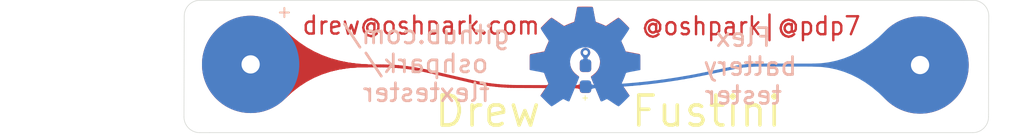
<source format=kicad_pcb>
(kicad_pcb (version 20171130) (host pcbnew 5.1.5-52549c5~84~ubuntu19.04.1)

  (general
    (thickness 1.6)
    (drawings 20)
    (tracks 75)
    (zones 0)
    (modules 6)
    (nets 4)
  )

  (page A4)
  (layers
    (0 F.Cu signal)
    (31 B.Cu signal)
    (32 B.Adhes user)
    (33 F.Adhes user)
    (34 B.Paste user)
    (35 F.Paste user)
    (36 B.SilkS user)
    (37 F.SilkS user)
    (38 B.Mask user)
    (39 F.Mask user)
    (40 Dwgs.User user)
    (41 Cmts.User user)
    (42 Eco1.User user)
    (43 Eco2.User user)
    (44 Edge.Cuts user)
    (45 Margin user)
    (46 B.CrtYd user)
    (47 F.CrtYd user)
    (48 B.Fab user)
    (49 F.Fab user)
  )

  (setup
    (last_trace_width 0.25)
    (trace_clearance 0.2)
    (zone_clearance 0.2)
    (zone_45_only no)
    (trace_min 0.2)
    (via_size 0.8)
    (via_drill 0.4)
    (via_min_size 0.4)
    (via_min_drill 0.3)
    (uvia_size 0.3)
    (uvia_drill 0.1)
    (uvias_allowed no)
    (uvia_min_size 0.2)
    (uvia_min_drill 0.1)
    (edge_width 0.05)
    (segment_width 0.2)
    (pcb_text_width 0.3)
    (pcb_text_size 1.5 1.5)
    (mod_edge_width 0.12)
    (mod_text_size 1 1)
    (mod_text_width 0.15)
    (pad_size 8.128 8.128)
    (pad_drill 1.524)
    (pad_to_mask_clearance 0.051)
    (solder_mask_min_width 0.25)
    (aux_axis_origin 0 0)
    (visible_elements FFFFFF7F)
    (pcbplotparams
      (layerselection 0x010fc_ffffffff)
      (usegerberextensions false)
      (usegerberattributes false)
      (usegerberadvancedattributes false)
      (creategerberjobfile false)
      (excludeedgelayer true)
      (linewidth 0.100000)
      (plotframeref false)
      (viasonmask false)
      (mode 1)
      (useauxorigin false)
      (hpglpennumber 1)
      (hpglpenspeed 20)
      (hpglpendiameter 15.000000)
      (psnegative false)
      (psa4output false)
      (plotreference true)
      (plotvalue true)
      (plotinvisibletext false)
      (padsonsilk false)
      (subtractmaskfromsilk false)
      (outputformat 1)
      (mirror false)
      (drillshape 1)
      (scaleselection 1)
      (outputdirectory ""))
  )

  (net 0 "")
  (net 1 GND)
  (net 2 +3V3)
  (net 3 "Net-(D1-Pad1)")

  (net_class Default "This is the default net class."
    (clearance 0.2)
    (trace_width 0.25)
    (via_dia 0.8)
    (via_drill 0.4)
    (uvia_dia 0.3)
    (uvia_drill 0.1)
    (add_net +3V3)
    (add_net GND)
    (add_net "Net-(D1-Pad1)")
  )

  (module Symbol:OSHW-Logo2_14.6x12mm_SilkScreen (layer F.Cu) (tedit 5E68EA85) (tstamp 5E48E758)
    (at 152.31364 96.33204)
    (descr "Open Source Hardware Symbol")
    (tags "Logo Symbol OSHW")
    (attr virtual)
    (fp_text reference REF** (at 0 0) (layer F.SilkS) hide
      (effects (font (size 1 1) (thickness 0.15)))
    )
    (fp_text value OSHW-Logo2_14.6x12mm_SilkScreen (at 0.75 0) (layer F.Fab) hide
      (effects (font (size 1 1) (thickness 0.15)))
    )
    (fp_poly (pts (xy 0.209014 -5.547002) (xy 0.367006 -5.546137) (xy 0.481347 -5.543795) (xy 0.559407 -5.539238)
      (xy 0.608554 -5.53173) (xy 0.636159 -5.520534) (xy 0.649592 -5.504912) (xy 0.656221 -5.484127)
      (xy 0.656865 -5.481437) (xy 0.666935 -5.432887) (xy 0.685575 -5.337095) (xy 0.710845 -5.204257)
      (xy 0.740807 -5.044569) (xy 0.773522 -4.868226) (xy 0.774664 -4.862033) (xy 0.807433 -4.689218)
      (xy 0.838093 -4.536531) (xy 0.864664 -4.413129) (xy 0.885167 -4.328169) (xy 0.897626 -4.29081)
      (xy 0.89822 -4.290148) (xy 0.934919 -4.271905) (xy 1.010586 -4.241503) (xy 1.108878 -4.205507)
      (xy 1.109425 -4.205315) (xy 1.233233 -4.158778) (xy 1.379196 -4.099496) (xy 1.516781 -4.039891)
      (xy 1.523293 -4.036944) (xy 1.74739 -3.935235) (xy 2.243619 -4.274103) (xy 2.395846 -4.377408)
      (xy 2.533741 -4.469763) (xy 2.649315 -4.545916) (xy 2.734579 -4.600615) (xy 2.781544 -4.628607)
      (xy 2.786004 -4.630683) (xy 2.820134 -4.62144) (xy 2.883881 -4.576844) (xy 2.979731 -4.494791)
      (xy 3.110169 -4.373179) (xy 3.243328 -4.243795) (xy 3.371694 -4.116298) (xy 3.486581 -3.999954)
      (xy 3.581073 -3.901948) (xy 3.648253 -3.829464) (xy 3.681206 -3.789687) (xy 3.682432 -3.787639)
      (xy 3.686074 -3.760344) (xy 3.67235 -3.715766) (xy 3.637869 -3.647888) (xy 3.579239 -3.550689)
      (xy 3.49307 -3.418149) (xy 3.3782 -3.247524) (xy 3.276254 -3.097345) (xy 3.185123 -2.96265)
      (xy 3.110073 -2.85126) (xy 3.056369 -2.770995) (xy 3.02928 -2.729675) (xy 3.027574 -2.72687)
      (xy 3.030882 -2.687279) (xy 3.055953 -2.610331) (xy 3.097798 -2.510568) (xy 3.112712 -2.478709)
      (xy 3.177786 -2.336774) (xy 3.247212 -2.175727) (xy 3.303609 -2.036379) (xy 3.344247 -1.932956)
      (xy 3.376526 -1.854358) (xy 3.395178 -1.81328) (xy 3.397497 -1.810115) (xy 3.431803 -1.804872)
      (xy 3.512669 -1.790506) (xy 3.629343 -1.769063) (xy 3.771075 -1.742587) (xy 3.92711 -1.713123)
      (xy 4.086698 -1.682717) (xy 4.239085 -1.653412) (xy 4.373521 -1.627255) (xy 4.479252 -1.60629)
      (xy 4.545526 -1.592561) (xy 4.561782 -1.58868) (xy 4.578573 -1.5791) (xy 4.591249 -1.557464)
      (xy 4.600378 -1.516469) (xy 4.606531 -1.448811) (xy 4.61028 -1.347188) (xy 4.612192 -1.204297)
      (xy 4.61284 -1.012835) (xy 4.612874 -0.934355) (xy 4.612874 -0.296094) (xy 4.459598 -0.26584)
      (xy 4.374322 -0.249436) (xy 4.24707 -0.225491) (xy 4.093315 -0.196893) (xy 3.928534 -0.166533)
      (xy 3.882989 -0.158194) (xy 3.730932 -0.12863) (xy 3.598468 -0.099558) (xy 3.496714 -0.073671)
      (xy 3.436788 -0.053663) (xy 3.426805 -0.047699) (xy 3.402293 -0.005466) (xy 3.367148 0.07637)
      (xy 3.328173 0.181683) (xy 3.320442 0.204368) (xy 3.26936 0.345018) (xy 3.205954 0.503714)
      (xy 3.143904 0.646225) (xy 3.143598 0.646886) (xy 3.040267 0.87044) (xy 3.719961 1.870232)
      (xy 3.283621 2.3073) (xy 3.151649 2.437381) (xy 3.031279 2.552048) (xy 2.929273 2.645181)
      (xy 2.852391 2.710658) (xy 2.807393 2.742357) (xy 2.800938 2.744368) (xy 2.76304 2.728529)
      (xy 2.685708 2.684496) (xy 2.577389 2.61749) (xy 2.446532 2.532734) (xy 2.305052 2.437816)
      (xy 2.161461 2.340998) (xy 2.033435 2.256751) (xy 1.929105 2.190258) (xy 1.8566 2.146702)
      (xy 1.824158 2.131264) (xy 1.784576 2.144328) (xy 1.709519 2.17875) (xy 1.614468 2.22738)
      (xy 1.604392 2.232785) (xy 1.476391 2.29698) (xy 1.388618 2.328463) (xy 1.334028 2.328798)
      (xy 1.305575 2.299548) (xy 1.30541 2.299138) (xy 1.291188 2.264498) (xy 1.257269 2.182269)
      (xy 1.206284 2.058814) (xy 1.140862 1.900498) (xy 1.063634 1.713686) (xy 0.977229 1.504742)
      (xy 0.893551 1.302446) (xy 0.801588 1.0792) (xy 0.71715 0.872392) (xy 0.642769 0.688362)
      (xy 0.580974 0.533451) (xy 0.534297 0.413996) (xy 0.505268 0.336339) (xy 0.496322 0.307356)
      (xy 0.518756 0.27411) (xy 0.577439 0.221123) (xy 0.655689 0.162704) (xy 0.878534 -0.022048)
      (xy 1.052718 -0.233818) (xy 1.176154 -0.468144) (xy 1.246754 -0.720566) (xy 1.262431 -0.986623)
      (xy 1.251036 -1.109425) (xy 1.18895 -1.364207) (xy 1.082023 -1.589199) (xy 0.936889 -1.782183)
      (xy 0.760178 -1.940939) (xy 0.558522 -2.06325) (xy 0.338554 -2.146895) (xy 0.106906 -2.189656)
      (xy -0.129791 -2.189313) (xy -0.364905 -2.143648) (xy -0.591804 -2.050441) (xy -0.803856 -1.907473)
      (xy -0.892364 -1.826617) (xy -1.062111 -1.618993) (xy -1.180301 -1.392105) (xy -1.247722 -1.152567)
      (xy -1.26516 -0.906993) (xy -1.233402 -0.661997) (xy -1.153235 -0.424192) (xy -1.025445 -0.200193)
      (xy -0.85082 0.003387) (xy -0.655688 0.162704) (xy -0.574409 0.223602) (xy -0.516991 0.276015)
      (xy -0.496322 0.307406) (xy -0.507144 0.341639) (xy -0.537923 0.423419) (xy -0.586126 0.546407)
      (xy -0.649222 0.704263) (xy -0.724678 0.890649) (xy -0.809962 1.099226) (xy -0.893781 1.302496)
      (xy -0.986255 1.525933) (xy -1.071911 1.732984) (xy -1.148118 1.917286) (xy -1.212247 2.072475)
      (xy -1.261668 2.192188) (xy -1.293752 2.270061) (xy -1.305641 2.299138) (xy -1.333726 2.328677)
      (xy -1.388051 2.328591) (xy -1.475605 2.297326) (xy -1.603381 2.233329) (xy -1.604392 2.232785)
      (xy -1.700598 2.183121) (xy -1.778369 2.146945) (xy -1.822223 2.131408) (xy -1.824158 2.131264)
      (xy -1.857171 2.147024) (xy -1.930054 2.19085) (xy -2.034678 2.257557) (xy -2.16291 2.341964)
      (xy -2.305052 2.437816) (xy -2.449767 2.534867) (xy -2.580196 2.61927) (xy -2.68789 2.685801)
      (xy -2.764402 2.729238) (xy -2.800938 2.744368) (xy -2.834582 2.724482) (xy -2.902224 2.668903)
      (xy -2.997107 2.583754) (xy -3.11247 2.475153) (xy -3.241555 2.349221) (xy -3.283771 2.307149)
      (xy -3.720261 1.869931) (xy -3.388023 1.38234) (xy -3.287054 1.232605) (xy -3.198438 1.09822)
      (xy -3.127146 0.986969) (xy -3.07815 0.906639) (xy -3.056422 0.865014) (xy -3.055785 0.862053)
      (xy -3.06724 0.822818) (xy -3.098051 0.743895) (xy -3.142884 0.638509) (xy -3.174353 0.567954)
      (xy -3.233192 0.432876) (xy -3.288604 0.296409) (xy -3.331564 0.181103) (xy -3.343234 0.145977)
      (xy -3.376389 0.052174) (xy -3.408799 -0.020306) (xy -3.426601 -0.047699) (xy -3.465886 -0.064464)
      (xy -3.551626 -0.08823) (xy -3.672697 -0.116303) (xy -3.817973 -0.145991) (xy -3.882988 -0.158194)
      (xy -4.048087 -0.188532) (xy -4.206448 -0.217907) (xy -4.342596 -0.243431) (xy -4.441057 -0.262215)
      (xy -4.459598 -0.26584) (xy -4.612873 -0.296094) (xy -4.612873 -0.934355) (xy -4.612529 -1.14423)
      (xy -4.611116 -1.30302) (xy -4.608064 -1.418027) (xy -4.602803 -1.496554) (xy -4.594763 -1.545904)
      (xy -4.583373 -1.573381) (xy -4.568063 -1.586287) (xy -4.561782 -1.58868) (xy -4.523896 -1.597167)
      (xy -4.440195 -1.6141) (xy -4.321433 -1.637434) (xy -4.178361 -1.665125) (xy -4.021732 -1.695127)
      (xy -3.862297 -1.725396) (xy -3.710809 -1.753885) (xy -3.578019 -1.778551) (xy -3.474681 -1.797349)
      (xy -3.411545 -1.808233) (xy -3.397497 -1.810115) (xy -3.38477 -1.835296) (xy -3.3566 -1.902378)
      (xy -3.318252 -1.998667) (xy -3.303609 -2.036379) (xy -3.244548 -2.182079) (xy -3.175 -2.343049)
      (xy -3.112712 -2.478709) (xy -3.066879 -2.582439) (xy -3.036387 -2.667674) (xy -3.026208 -2.719874)
      (xy -3.027831 -2.72687) (xy -3.049343 -2.759898) (xy -3.098465 -2.833357) (xy -3.169923 -2.939423)
      (xy -3.258445 -3.070274) (xy -3.358759 -3.218088) (xy -3.378594 -3.247266) (xy -3.494988 -3.420137)
      (xy -3.580548 -3.551774) (xy -3.638684 -3.648239) (xy -3.672808 -3.715592) (xy -3.686331 -3.759894)
      (xy -3.682664 -3.787206) (xy -3.68257 -3.78738) (xy -3.653707 -3.823254) (xy -3.589867 -3.892609)
      (xy -3.497969 -3.988255) (xy -3.384933 -4.103001) (xy -3.257679 -4.229659) (xy -3.243328 -4.243795)
      (xy -3.082957 -4.399097) (xy -2.959195 -4.51313) (xy -2.869555 -4.587998) (xy -2.811552 -4.625804)
      (xy -2.786004 -4.630683) (xy -2.748718 -4.609397) (xy -2.671343 -4.560227) (xy -2.561867 -4.488425)
      (xy -2.42828 -4.399245) (xy -2.27857 -4.297937) (xy -2.243618 -4.274103) (xy -1.74739 -3.935235)
      (xy -1.523293 -4.036944) (xy -1.387011 -4.096217) (xy -1.240724 -4.15583) (xy -1.114965 -4.20336)
      (xy -1.109425 -4.205315) (xy -1.011057 -4.241323) (xy -0.935229 -4.271771) (xy -0.898282 -4.290095)
      (xy -0.89822 -4.290148) (xy -0.886496 -4.323271) (xy -0.866568 -4.404733) (xy -0.840413 -4.525375)
      (xy -0.81001 -4.676041) (xy -0.777337 -4.847572) (xy -0.774664 -4.862033) (xy -0.74189 -5.038765)
      (xy -0.711802 -5.19919) (xy -0.686339 -5.333112) (xy -0.667441 -5.430337) (xy -0.657047 -5.480668)
      (xy -0.656865 -5.481437) (xy -0.650539 -5.502847) (xy -0.638239 -5.519012) (xy -0.612594 -5.530669)
      (xy -0.566235 -5.538555) (xy -0.491792 -5.543407) (xy -0.381895 -5.545961) (xy -0.229175 -5.546955)
      (xy -0.026262 -5.547126) (xy 0 -5.547126) (xy 0.209014 -5.547002)) (layer F.Mask) (width 0.01))
    (fp_poly (pts (xy 0.198509 -5.562803) (xy 0.356501 -5.561938) (xy 0.470842 -5.559596) (xy 0.548902 -5.555039)
      (xy 0.598049 -5.547531) (xy 0.625654 -5.536335) (xy 0.639087 -5.520713) (xy 0.645716 -5.499928)
      (xy 0.64636 -5.497238) (xy 0.65643 -5.448688) (xy 0.67507 -5.352896) (xy 0.70034 -5.220058)
      (xy 0.730302 -5.06037) (xy 0.763017 -4.884027) (xy 0.764159 -4.877834) (xy 0.796928 -4.705019)
      (xy 0.827588 -4.552332) (xy 0.854159 -4.42893) (xy 0.874662 -4.34397) (xy 0.887121 -4.306611)
      (xy 0.887715 -4.305949) (xy 0.924414 -4.287706) (xy 1.000081 -4.257304) (xy 1.098373 -4.221308)
      (xy 1.09892 -4.221116) (xy 1.222728 -4.174579) (xy 1.368691 -4.115297) (xy 1.506276 -4.055692)
      (xy 1.512788 -4.052745) (xy 1.736885 -3.951036) (xy 2.233114 -4.289904) (xy 2.385341 -4.393209)
      (xy 2.523236 -4.485564) (xy 2.63881 -4.561717) (xy 2.724074 -4.616416) (xy 2.771039 -4.644408)
      (xy 2.775499 -4.646484) (xy 2.809629 -4.637241) (xy 2.873376 -4.592645) (xy 2.969226 -4.510592)
      (xy 3.099664 -4.38898) (xy 3.232823 -4.259596) (xy 3.361189 -4.132099) (xy 3.476076 -4.015755)
      (xy 3.570568 -3.917749) (xy 3.637748 -3.845265) (xy 3.670701 -3.805488) (xy 3.671927 -3.80344)
      (xy 3.675569 -3.776145) (xy 3.661845 -3.731567) (xy 3.627364 -3.663689) (xy 3.568734 -3.56649)
      (xy 3.482565 -3.43395) (xy 3.367695 -3.263325) (xy 3.265749 -3.113146) (xy 3.174618 -2.978451)
      (xy 3.099568 -2.867061) (xy 3.045864 -2.786796) (xy 3.018775 -2.745476) (xy 3.017069 -2.742671)
      (xy 3.020377 -2.70308) (xy 3.045448 -2.626132) (xy 3.087293 -2.526369) (xy 3.102207 -2.49451)
      (xy 3.167281 -2.352575) (xy 3.236707 -2.191528) (xy 3.293104 -2.05218) (xy 3.333742 -1.948757)
      (xy 3.366021 -1.870159) (xy 3.384673 -1.829081) (xy 3.386992 -1.825916) (xy 3.421298 -1.820673)
      (xy 3.502164 -1.806307) (xy 3.618838 -1.784864) (xy 3.76057 -1.758388) (xy 3.916605 -1.728924)
      (xy 4.076193 -1.698518) (xy 4.22858 -1.669213) (xy 4.363016 -1.643056) (xy 4.468747 -1.622091)
      (xy 4.535021 -1.608362) (xy 4.551277 -1.604481) (xy 4.568068 -1.594901) (xy 4.580744 -1.573265)
      (xy 4.589873 -1.53227) (xy 4.596026 -1.464612) (xy 4.599775 -1.362989) (xy 4.601687 -1.220098)
      (xy 4.602335 -1.028636) (xy 4.602369 -0.950156) (xy 4.602369 -0.311895) (xy 4.449093 -0.281641)
      (xy 4.363817 -0.265237) (xy 4.236565 -0.241292) (xy 4.08281 -0.212694) (xy 3.918029 -0.182334)
      (xy 3.872484 -0.173995) (xy 3.720427 -0.144431) (xy 3.587963 -0.115359) (xy 3.486209 -0.089472)
      (xy 3.426283 -0.069464) (xy 3.4163 -0.0635) (xy 3.391788 -0.021267) (xy 3.356643 0.060569)
      (xy 3.317668 0.165882) (xy 3.309937 0.188567) (xy 3.258855 0.329217) (xy 3.195449 0.487913)
      (xy 3.133399 0.630424) (xy 3.133093 0.631085) (xy 3.029762 0.854639) (xy 3.709456 1.854431)
      (xy 3.273116 2.291499) (xy 3.141144 2.42158) (xy 3.020774 2.536247) (xy 2.918768 2.62938)
      (xy 2.841886 2.694857) (xy 2.796888 2.726556) (xy 2.790433 2.728567) (xy 2.752535 2.712728)
      (xy 2.675203 2.668695) (xy 2.566884 2.601689) (xy 2.436027 2.516933) (xy 2.294547 2.422015)
      (xy 2.150956 2.325197) (xy 2.02293 2.24095) (xy 1.9186 2.174457) (xy 1.846095 2.130901)
      (xy 1.813653 2.115463) (xy 1.774071 2.128527) (xy 1.699014 2.162949) (xy 1.603963 2.211579)
      (xy 1.593887 2.216984) (xy 1.465886 2.281179) (xy 1.378113 2.312662) (xy 1.323523 2.312997)
      (xy 1.29507 2.283747) (xy 1.294905 2.283337) (xy 1.280683 2.248697) (xy 1.246764 2.166468)
      (xy 1.195779 2.043013) (xy 1.130357 1.884697) (xy 1.053129 1.697885) (xy 0.966724 1.488941)
      (xy 0.883046 1.286645) (xy 0.791083 1.063399) (xy 0.706645 0.856591) (xy 0.632264 0.672561)
      (xy 0.570469 0.51765) (xy 0.523792 0.398195) (xy 0.494763 0.320538) (xy 0.485817 0.291555)
      (xy 0.508251 0.258309) (xy 0.566934 0.205322) (xy 0.645184 0.146903) (xy 0.868029 -0.037849)
      (xy 1.042213 -0.249619) (xy 1.165649 -0.483945) (xy 1.236249 -0.736367) (xy 1.251926 -1.002424)
      (xy 1.240531 -1.125226) (xy 1.178445 -1.380008) (xy 1.071518 -1.605) (xy 0.926384 -1.797984)
      (xy 0.749673 -1.95674) (xy 0.548017 -2.079051) (xy 0.328049 -2.162696) (xy 0.096401 -2.205457)
      (xy -0.140296 -2.205114) (xy -0.37541 -2.159449) (xy -0.602309 -2.066242) (xy -0.814361 -1.923274)
      (xy -0.902869 -1.842418) (xy -1.072616 -1.634794) (xy -1.190806 -1.407906) (xy -1.258227 -1.168368)
      (xy -1.275665 -0.922794) (xy -1.243907 -0.677798) (xy -1.16374 -0.439993) (xy -1.03595 -0.215994)
      (xy -0.861325 -0.012414) (xy -0.666193 0.146903) (xy -0.584914 0.207801) (xy -0.527496 0.260214)
      (xy -0.506827 0.291605) (xy -0.517649 0.325838) (xy -0.548428 0.407618) (xy -0.596631 0.530606)
      (xy -0.659727 0.688462) (xy -0.735183 0.874848) (xy -0.820467 1.083425) (xy -0.904286 1.286695)
      (xy -0.99676 1.510132) (xy -1.082416 1.717183) (xy -1.158623 1.901485) (xy -1.222752 2.056674)
      (xy -1.272173 2.176387) (xy -1.304257 2.25426) (xy -1.316146 2.283337) (xy -1.344231 2.312876)
      (xy -1.398556 2.31279) (xy -1.48611 2.281525) (xy -1.613886 2.217528) (xy -1.614897 2.216984)
      (xy -1.711103 2.16732) (xy -1.788874 2.131144) (xy -1.832728 2.115607) (xy -1.834663 2.115463)
      (xy -1.867676 2.131223) (xy -1.940559 2.175049) (xy -2.045183 2.241756) (xy -2.173415 2.326163)
      (xy -2.315557 2.422015) (xy -2.460272 2.519066) (xy -2.590701 2.603469) (xy -2.698395 2.67)
      (xy -2.774907 2.713437) (xy -2.811443 2.728567) (xy -2.845087 2.708681) (xy -2.912729 2.653102)
      (xy -3.007612 2.567953) (xy -3.122975 2.459352) (xy -3.25206 2.33342) (xy -3.294276 2.291348)
      (xy -3.730766 1.85413) (xy -3.398528 1.366539) (xy -3.297559 1.216804) (xy -3.208943 1.082419)
      (xy -3.137651 0.971168) (xy -3.088655 0.890838) (xy -3.066927 0.849213) (xy -3.06629 0.846252)
      (xy -3.077745 0.807017) (xy -3.108556 0.728094) (xy -3.153389 0.622708) (xy -3.184858 0.552153)
      (xy -3.243697 0.417075) (xy -3.299109 0.280608) (xy -3.342069 0.165302) (xy -3.353739 0.130176)
      (xy -3.386894 0.036373) (xy -3.419304 -0.036107) (xy -3.437106 -0.0635) (xy -3.476391 -0.080265)
      (xy -3.562131 -0.104031) (xy -3.683202 -0.132104) (xy -3.828478 -0.161792) (xy -3.893493 -0.173995)
      (xy -4.058592 -0.204333) (xy -4.216953 -0.233708) (xy -4.353101 -0.259232) (xy -4.451562 -0.278016)
      (xy -4.470103 -0.281641) (xy -4.623378 -0.311895) (xy -4.623378 -0.950156) (xy -4.623034 -1.160031)
      (xy -4.621621 -1.318821) (xy -4.618569 -1.433828) (xy -4.613308 -1.512355) (xy -4.605268 -1.561705)
      (xy -4.593878 -1.589182) (xy -4.578568 -1.602088) (xy -4.572287 -1.604481) (xy -4.534401 -1.612968)
      (xy -4.4507 -1.629901) (xy -4.331938 -1.653235) (xy -4.188866 -1.680926) (xy -4.032237 -1.710928)
      (xy -3.872802 -1.741197) (xy -3.721314 -1.769686) (xy -3.588524 -1.794352) (xy -3.485186 -1.81315)
      (xy -3.42205 -1.824034) (xy -3.408002 -1.825916) (xy -3.395275 -1.851097) (xy -3.367105 -1.918179)
      (xy -3.328757 -2.014468) (xy -3.314114 -2.05218) (xy -3.255053 -2.19788) (xy -3.185505 -2.35885)
      (xy -3.123217 -2.49451) (xy -3.077384 -2.59824) (xy -3.046892 -2.683475) (xy -3.036713 -2.735675)
      (xy -3.038336 -2.742671) (xy -3.059848 -2.775699) (xy -3.10897 -2.849158) (xy -3.180428 -2.955224)
      (xy -3.26895 -3.086075) (xy -3.369264 -3.233889) (xy -3.389099 -3.263067) (xy -3.505493 -3.435938)
      (xy -3.591053 -3.567575) (xy -3.649189 -3.66404) (xy -3.683313 -3.731393) (xy -3.696836 -3.775695)
      (xy -3.693169 -3.803007) (xy -3.693075 -3.803181) (xy -3.664212 -3.839055) (xy -3.600372 -3.90841)
      (xy -3.508474 -4.004056) (xy -3.395438 -4.118802) (xy -3.268184 -4.24546) (xy -3.253833 -4.259596)
      (xy -3.093462 -4.414898) (xy -2.9697 -4.528931) (xy -2.88006 -4.603799) (xy -2.822057 -4.641605)
      (xy -2.796509 -4.646484) (xy -2.759223 -4.625198) (xy -2.681848 -4.576028) (xy -2.572372 -4.504226)
      (xy -2.438785 -4.415046) (xy -2.289075 -4.313738) (xy -2.254123 -4.289904) (xy -1.757895 -3.951036)
      (xy -1.533798 -4.052745) (xy -1.397516 -4.112018) (xy -1.251229 -4.171631) (xy -1.12547 -4.219161)
      (xy -1.11993 -4.221116) (xy -1.021562 -4.257124) (xy -0.945734 -4.287572) (xy -0.908787 -4.305896)
      (xy -0.908725 -4.305949) (xy -0.897001 -4.339072) (xy -0.877073 -4.420534) (xy -0.850918 -4.541176)
      (xy -0.820515 -4.691842) (xy -0.787842 -4.863373) (xy -0.785169 -4.877834) (xy -0.752395 -5.054566)
      (xy -0.722307 -5.214991) (xy -0.696844 -5.348913) (xy -0.677946 -5.446138) (xy -0.667552 -5.496469)
      (xy -0.66737 -5.497238) (xy -0.661044 -5.518648) (xy -0.648744 -5.534813) (xy -0.623099 -5.54647)
      (xy -0.57674 -5.554356) (xy -0.502297 -5.559208) (xy -0.3924 -5.561762) (xy -0.23968 -5.562756)
      (xy -0.036767 -5.562927) (xy -0.010505 -5.562927) (xy 0.198509 -5.562803)) (layer F.Cu) (width 0.01))
  )

  (module Symbol:OSHW-Logo2_14.6x12mm_SilkScreen (layer B.Cu) (tedit 5E68E6D8) (tstamp 5E490121)
    (at 152.3111 96.34474 180)
    (descr "Open Source Hardware Symbol")
    (tags "Logo Symbol OSHW")
    (attr virtual)
    (fp_text reference REF** (at 0 0) (layer B.SilkS) hide
      (effects (font (size 1 1) (thickness 0.15)) (justify mirror))
    )
    (fp_text value OSHW-Logo2_14.6x12mm_SilkScreen (at 0.75 0) (layer B.Fab) hide
      (effects (font (size 1 1) (thickness 0.15)) (justify mirror))
    )
    (fp_poly (pts (xy 0.209014 5.547002) (xy 0.367006 5.546137) (xy 0.481347 5.543795) (xy 0.559407 5.539238)
      (xy 0.608554 5.53173) (xy 0.636159 5.520534) (xy 0.649592 5.504912) (xy 0.656221 5.484127)
      (xy 0.656865 5.481437) (xy 0.666935 5.432887) (xy 0.685575 5.337095) (xy 0.710845 5.204257)
      (xy 0.740807 5.044569) (xy 0.773522 4.868226) (xy 0.774664 4.862033) (xy 0.807433 4.689218)
      (xy 0.838093 4.536531) (xy 0.864664 4.413129) (xy 0.885167 4.328169) (xy 0.897626 4.29081)
      (xy 0.89822 4.290148) (xy 0.934919 4.271905) (xy 1.010586 4.241503) (xy 1.108878 4.205507)
      (xy 1.109425 4.205315) (xy 1.233233 4.158778) (xy 1.379196 4.099496) (xy 1.516781 4.039891)
      (xy 1.523293 4.036944) (xy 1.74739 3.935235) (xy 2.243619 4.274103) (xy 2.395846 4.377408)
      (xy 2.533741 4.469763) (xy 2.649315 4.545916) (xy 2.734579 4.600615) (xy 2.781544 4.628607)
      (xy 2.786004 4.630683) (xy 2.820134 4.62144) (xy 2.883881 4.576844) (xy 2.979731 4.494791)
      (xy 3.110169 4.373179) (xy 3.243328 4.243795) (xy 3.371694 4.116298) (xy 3.486581 3.999954)
      (xy 3.581073 3.901948) (xy 3.648253 3.829464) (xy 3.681206 3.789687) (xy 3.682432 3.787639)
      (xy 3.686074 3.760344) (xy 3.67235 3.715766) (xy 3.637869 3.647888) (xy 3.579239 3.550689)
      (xy 3.49307 3.418149) (xy 3.3782 3.247524) (xy 3.276254 3.097345) (xy 3.185123 2.96265)
      (xy 3.110073 2.85126) (xy 3.056369 2.770995) (xy 3.02928 2.729675) (xy 3.027574 2.72687)
      (xy 3.030882 2.687279) (xy 3.055953 2.610331) (xy 3.097798 2.510568) (xy 3.112712 2.478709)
      (xy 3.177786 2.336774) (xy 3.247212 2.175727) (xy 3.303609 2.036379) (xy 3.344247 1.932956)
      (xy 3.376526 1.854358) (xy 3.395178 1.81328) (xy 3.397497 1.810115) (xy 3.431803 1.804872)
      (xy 3.512669 1.790506) (xy 3.629343 1.769063) (xy 3.771075 1.742587) (xy 3.92711 1.713123)
      (xy 4.086698 1.682717) (xy 4.239085 1.653412) (xy 4.373521 1.627255) (xy 4.479252 1.60629)
      (xy 4.545526 1.592561) (xy 4.561782 1.58868) (xy 4.578573 1.5791) (xy 4.591249 1.557464)
      (xy 4.600378 1.516469) (xy 4.606531 1.448811) (xy 4.61028 1.347188) (xy 4.612192 1.204297)
      (xy 4.61284 1.012835) (xy 4.612874 0.934355) (xy 4.612874 0.296094) (xy 4.459598 0.26584)
      (xy 4.374322 0.249436) (xy 4.24707 0.225491) (xy 4.093315 0.196893) (xy 3.928534 0.166533)
      (xy 3.882989 0.158194) (xy 3.730932 0.12863) (xy 3.598468 0.099558) (xy 3.496714 0.073671)
      (xy 3.436788 0.053663) (xy 3.426805 0.047699) (xy 3.402293 0.005466) (xy 3.367148 -0.07637)
      (xy 3.328173 -0.181683) (xy 3.320442 -0.204368) (xy 3.26936 -0.345018) (xy 3.205954 -0.503714)
      (xy 3.143904 -0.646225) (xy 3.143598 -0.646886) (xy 3.040267 -0.87044) (xy 3.719961 -1.870232)
      (xy 3.283621 -2.3073) (xy 3.151649 -2.437381) (xy 3.031279 -2.552048) (xy 2.929273 -2.645181)
      (xy 2.852391 -2.710658) (xy 2.807393 -2.742357) (xy 2.800938 -2.744368) (xy 2.76304 -2.728529)
      (xy 2.685708 -2.684496) (xy 2.577389 -2.61749) (xy 2.446532 -2.532734) (xy 2.305052 -2.437816)
      (xy 2.161461 -2.340998) (xy 2.033435 -2.256751) (xy 1.929105 -2.190258) (xy 1.8566 -2.146702)
      (xy 1.824158 -2.131264) (xy 1.784576 -2.144328) (xy 1.709519 -2.17875) (xy 1.614468 -2.22738)
      (xy 1.604392 -2.232785) (xy 1.476391 -2.29698) (xy 1.388618 -2.328463) (xy 1.334028 -2.328798)
      (xy 1.305575 -2.299548) (xy 1.30541 -2.299138) (xy 1.291188 -2.264498) (xy 1.257269 -2.182269)
      (xy 1.206284 -2.058814) (xy 1.140862 -1.900498) (xy 1.063634 -1.713686) (xy 0.977229 -1.504742)
      (xy 0.893551 -1.302446) (xy 0.801588 -1.0792) (xy 0.71715 -0.872392) (xy 0.642769 -0.688362)
      (xy 0.580974 -0.533451) (xy 0.534297 -0.413996) (xy 0.505268 -0.336339) (xy 0.496322 -0.307356)
      (xy 0.518756 -0.27411) (xy 0.577439 -0.221123) (xy 0.655689 -0.162704) (xy 0.878534 0.022048)
      (xy 1.052718 0.233818) (xy 1.176154 0.468144) (xy 1.246754 0.720566) (xy 1.262431 0.986623)
      (xy 1.251036 1.109425) (xy 1.18895 1.364207) (xy 1.082023 1.589199) (xy 0.936889 1.782183)
      (xy 0.760178 1.940939) (xy 0.558522 2.06325) (xy 0.338554 2.146895) (xy 0.106906 2.189656)
      (xy -0.129791 2.189313) (xy -0.364905 2.143648) (xy -0.591804 2.050441) (xy -0.803856 1.907473)
      (xy -0.892364 1.826617) (xy -1.062111 1.618993) (xy -1.180301 1.392105) (xy -1.247722 1.152567)
      (xy -1.26516 0.906993) (xy -1.233402 0.661997) (xy -1.153235 0.424192) (xy -1.025445 0.200193)
      (xy -0.85082 -0.003387) (xy -0.655688 -0.162704) (xy -0.574409 -0.223602) (xy -0.516991 -0.276015)
      (xy -0.496322 -0.307406) (xy -0.507144 -0.341639) (xy -0.537923 -0.423419) (xy -0.586126 -0.546407)
      (xy -0.649222 -0.704263) (xy -0.724678 -0.890649) (xy -0.809962 -1.099226) (xy -0.893781 -1.302496)
      (xy -0.986255 -1.525933) (xy -1.071911 -1.732984) (xy -1.148118 -1.917286) (xy -1.212247 -2.072475)
      (xy -1.261668 -2.192188) (xy -1.293752 -2.270061) (xy -1.305641 -2.299138) (xy -1.333726 -2.328677)
      (xy -1.388051 -2.328591) (xy -1.475605 -2.297326) (xy -1.603381 -2.233329) (xy -1.604392 -2.232785)
      (xy -1.700598 -2.183121) (xy -1.778369 -2.146945) (xy -1.822223 -2.131408) (xy -1.824158 -2.131264)
      (xy -1.857171 -2.147024) (xy -1.930054 -2.19085) (xy -2.034678 -2.257557) (xy -2.16291 -2.341964)
      (xy -2.305052 -2.437816) (xy -2.449767 -2.534867) (xy -2.580196 -2.61927) (xy -2.68789 -2.685801)
      (xy -2.764402 -2.729238) (xy -2.800938 -2.744368) (xy -2.834582 -2.724482) (xy -2.902224 -2.668903)
      (xy -2.997107 -2.583754) (xy -3.11247 -2.475153) (xy -3.241555 -2.349221) (xy -3.283771 -2.307149)
      (xy -3.720261 -1.869931) (xy -3.388023 -1.38234) (xy -3.287054 -1.232605) (xy -3.198438 -1.09822)
      (xy -3.127146 -0.986969) (xy -3.07815 -0.906639) (xy -3.056422 -0.865014) (xy -3.055785 -0.862053)
      (xy -3.06724 -0.822818) (xy -3.098051 -0.743895) (xy -3.142884 -0.638509) (xy -3.174353 -0.567954)
      (xy -3.233192 -0.432876) (xy -3.288604 -0.296409) (xy -3.331564 -0.181103) (xy -3.343234 -0.145977)
      (xy -3.376389 -0.052174) (xy -3.408799 0.020306) (xy -3.426601 0.047699) (xy -3.465886 0.064464)
      (xy -3.551626 0.08823) (xy -3.672697 0.116303) (xy -3.817973 0.145991) (xy -3.882988 0.158194)
      (xy -4.048087 0.188532) (xy -4.206448 0.217907) (xy -4.342596 0.243431) (xy -4.441057 0.262215)
      (xy -4.459598 0.26584) (xy -4.612873 0.296094) (xy -4.612873 0.934355) (xy -4.612529 1.14423)
      (xy -4.611116 1.30302) (xy -4.608064 1.418027) (xy -4.602803 1.496554) (xy -4.594763 1.545904)
      (xy -4.583373 1.573381) (xy -4.568063 1.586287) (xy -4.561782 1.58868) (xy -4.523896 1.597167)
      (xy -4.440195 1.6141) (xy -4.321433 1.637434) (xy -4.178361 1.665125) (xy -4.021732 1.695127)
      (xy -3.862297 1.725396) (xy -3.710809 1.753885) (xy -3.578019 1.778551) (xy -3.474681 1.797349)
      (xy -3.411545 1.808233) (xy -3.397497 1.810115) (xy -3.38477 1.835296) (xy -3.3566 1.902378)
      (xy -3.318252 1.998667) (xy -3.303609 2.036379) (xy -3.244548 2.182079) (xy -3.175 2.343049)
      (xy -3.112712 2.478709) (xy -3.066879 2.582439) (xy -3.036387 2.667674) (xy -3.026208 2.719874)
      (xy -3.027831 2.72687) (xy -3.049343 2.759898) (xy -3.098465 2.833357) (xy -3.169923 2.939423)
      (xy -3.258445 3.070274) (xy -3.358759 3.218088) (xy -3.378594 3.247266) (xy -3.494988 3.420137)
      (xy -3.580548 3.551774) (xy -3.638684 3.648239) (xy -3.672808 3.715592) (xy -3.686331 3.759894)
      (xy -3.682664 3.787206) (xy -3.68257 3.78738) (xy -3.653707 3.823254) (xy -3.589867 3.892609)
      (xy -3.497969 3.988255) (xy -3.384933 4.103001) (xy -3.257679 4.229659) (xy -3.243328 4.243795)
      (xy -3.082957 4.399097) (xy -2.959195 4.51313) (xy -2.869555 4.587998) (xy -2.811552 4.625804)
      (xy -2.786004 4.630683) (xy -2.748718 4.609397) (xy -2.671343 4.560227) (xy -2.561867 4.488425)
      (xy -2.42828 4.399245) (xy -2.27857 4.297937) (xy -2.243618 4.274103) (xy -1.74739 3.935235)
      (xy -1.523293 4.036944) (xy -1.387011 4.096217) (xy -1.240724 4.15583) (xy -1.114965 4.20336)
      (xy -1.109425 4.205315) (xy -1.011057 4.241323) (xy -0.935229 4.271771) (xy -0.898282 4.290095)
      (xy -0.89822 4.290148) (xy -0.886496 4.323271) (xy -0.866568 4.404733) (xy -0.840413 4.525375)
      (xy -0.81001 4.676041) (xy -0.777337 4.847572) (xy -0.774664 4.862033) (xy -0.74189 5.038765)
      (xy -0.711802 5.19919) (xy -0.686339 5.333112) (xy -0.667441 5.430337) (xy -0.657047 5.480668)
      (xy -0.656865 5.481437) (xy -0.650539 5.502847) (xy -0.638239 5.519012) (xy -0.612594 5.530669)
      (xy -0.566235 5.538555) (xy -0.491792 5.543407) (xy -0.381895 5.545961) (xy -0.229175 5.546955)
      (xy -0.026262 5.547126) (xy 0 5.547126) (xy 0.209014 5.547002)) (layer B.Mask) (width 0.01))
    (fp_poly (pts (xy 0.209014 5.547002) (xy 0.367006 5.546137) (xy 0.481347 5.543795) (xy 0.559407 5.539238)
      (xy 0.608554 5.53173) (xy 0.636159 5.520534) (xy 0.649592 5.504912) (xy 0.656221 5.484127)
      (xy 0.656865 5.481437) (xy 0.666935 5.432887) (xy 0.685575 5.337095) (xy 0.710845 5.204257)
      (xy 0.740807 5.044569) (xy 0.773522 4.868226) (xy 0.774664 4.862033) (xy 0.807433 4.689218)
      (xy 0.838093 4.536531) (xy 0.864664 4.413129) (xy 0.885167 4.328169) (xy 0.897626 4.29081)
      (xy 0.89822 4.290148) (xy 0.934919 4.271905) (xy 1.010586 4.241503) (xy 1.108878 4.205507)
      (xy 1.109425 4.205315) (xy 1.233233 4.158778) (xy 1.379196 4.099496) (xy 1.516781 4.039891)
      (xy 1.523293 4.036944) (xy 1.74739 3.935235) (xy 2.243619 4.274103) (xy 2.395846 4.377408)
      (xy 2.533741 4.469763) (xy 2.649315 4.545916) (xy 2.734579 4.600615) (xy 2.781544 4.628607)
      (xy 2.786004 4.630683) (xy 2.820134 4.62144) (xy 2.883881 4.576844) (xy 2.979731 4.494791)
      (xy 3.110169 4.373179) (xy 3.243328 4.243795) (xy 3.371694 4.116298) (xy 3.486581 3.999954)
      (xy 3.581073 3.901948) (xy 3.648253 3.829464) (xy 3.681206 3.789687) (xy 3.682432 3.787639)
      (xy 3.686074 3.760344) (xy 3.67235 3.715766) (xy 3.637869 3.647888) (xy 3.579239 3.550689)
      (xy 3.49307 3.418149) (xy 3.3782 3.247524) (xy 3.276254 3.097345) (xy 3.185123 2.96265)
      (xy 3.110073 2.85126) (xy 3.056369 2.770995) (xy 3.02928 2.729675) (xy 3.027574 2.72687)
      (xy 3.030882 2.687279) (xy 3.055953 2.610331) (xy 3.097798 2.510568) (xy 3.112712 2.478709)
      (xy 3.177786 2.336774) (xy 3.247212 2.175727) (xy 3.303609 2.036379) (xy 3.344247 1.932956)
      (xy 3.376526 1.854358) (xy 3.395178 1.81328) (xy 3.397497 1.810115) (xy 3.431803 1.804872)
      (xy 3.512669 1.790506) (xy 3.629343 1.769063) (xy 3.771075 1.742587) (xy 3.92711 1.713123)
      (xy 4.086698 1.682717) (xy 4.239085 1.653412) (xy 4.373521 1.627255) (xy 4.479252 1.60629)
      (xy 4.545526 1.592561) (xy 4.561782 1.58868) (xy 4.578573 1.5791) (xy 4.591249 1.557464)
      (xy 4.600378 1.516469) (xy 4.606531 1.448811) (xy 4.61028 1.347188) (xy 4.612192 1.204297)
      (xy 4.61284 1.012835) (xy 4.612874 0.934355) (xy 4.612874 0.296094) (xy 4.459598 0.26584)
      (xy 4.374322 0.249436) (xy 4.24707 0.225491) (xy 4.093315 0.196893) (xy 3.928534 0.166533)
      (xy 3.882989 0.158194) (xy 3.730932 0.12863) (xy 3.598468 0.099558) (xy 3.496714 0.073671)
      (xy 3.436788 0.053663) (xy 3.426805 0.047699) (xy 3.402293 0.005466) (xy 3.367148 -0.07637)
      (xy 3.328173 -0.181683) (xy 3.320442 -0.204368) (xy 3.26936 -0.345018) (xy 3.205954 -0.503714)
      (xy 3.143904 -0.646225) (xy 3.143598 -0.646886) (xy 3.040267 -0.87044) (xy 3.719961 -1.870232)
      (xy 3.283621 -2.3073) (xy 3.151649 -2.437381) (xy 3.031279 -2.552048) (xy 2.929273 -2.645181)
      (xy 2.852391 -2.710658) (xy 2.807393 -2.742357) (xy 2.800938 -2.744368) (xy 2.76304 -2.728529)
      (xy 2.685708 -2.684496) (xy 2.577389 -2.61749) (xy 2.446532 -2.532734) (xy 2.305052 -2.437816)
      (xy 2.161461 -2.340998) (xy 2.033435 -2.256751) (xy 1.929105 -2.190258) (xy 1.8566 -2.146702)
      (xy 1.824158 -2.131264) (xy 1.784576 -2.144328) (xy 1.709519 -2.17875) (xy 1.614468 -2.22738)
      (xy 1.604392 -2.232785) (xy 1.476391 -2.29698) (xy 1.388618 -2.328463) (xy 1.334028 -2.328798)
      (xy 1.305575 -2.299548) (xy 1.30541 -2.299138) (xy 1.291188 -2.264498) (xy 1.257269 -2.182269)
      (xy 1.206284 -2.058814) (xy 1.140862 -1.900498) (xy 1.063634 -1.713686) (xy 0.977229 -1.504742)
      (xy 0.893551 -1.302446) (xy 0.801588 -1.0792) (xy 0.71715 -0.872392) (xy 0.642769 -0.688362)
      (xy 0.580974 -0.533451) (xy 0.534297 -0.413996) (xy 0.505268 -0.336339) (xy 0.496322 -0.307356)
      (xy 0.518756 -0.27411) (xy 0.577439 -0.221123) (xy 0.655689 -0.162704) (xy 0.878534 0.022048)
      (xy 1.052718 0.233818) (xy 1.176154 0.468144) (xy 1.246754 0.720566) (xy 1.262431 0.986623)
      (xy 1.251036 1.109425) (xy 1.18895 1.364207) (xy 1.082023 1.589199) (xy 0.936889 1.782183)
      (xy 0.760178 1.940939) (xy 0.558522 2.06325) (xy 0.338554 2.146895) (xy 0.106906 2.189656)
      (xy -0.129791 2.189313) (xy -0.364905 2.143648) (xy -0.591804 2.050441) (xy -0.803856 1.907473)
      (xy -0.892364 1.826617) (xy -1.062111 1.618993) (xy -1.180301 1.392105) (xy -1.247722 1.152567)
      (xy -1.26516 0.906993) (xy -1.233402 0.661997) (xy -1.153235 0.424192) (xy -1.025445 0.200193)
      (xy -0.85082 -0.003387) (xy -0.655688 -0.162704) (xy -0.574409 -0.223602) (xy -0.516991 -0.276015)
      (xy -0.496322 -0.307406) (xy -0.507144 -0.341639) (xy -0.537923 -0.423419) (xy -0.586126 -0.546407)
      (xy -0.649222 -0.704263) (xy -0.724678 -0.890649) (xy -0.809962 -1.099226) (xy -0.893781 -1.302496)
      (xy -0.986255 -1.525933) (xy -1.071911 -1.732984) (xy -1.148118 -1.917286) (xy -1.212247 -2.072475)
      (xy -1.261668 -2.192188) (xy -1.293752 -2.270061) (xy -1.305641 -2.299138) (xy -1.333726 -2.328677)
      (xy -1.388051 -2.328591) (xy -1.475605 -2.297326) (xy -1.603381 -2.233329) (xy -1.604392 -2.232785)
      (xy -1.700598 -2.183121) (xy -1.778369 -2.146945) (xy -1.822223 -2.131408) (xy -1.824158 -2.131264)
      (xy -1.857171 -2.147024) (xy -1.930054 -2.19085) (xy -2.034678 -2.257557) (xy -2.16291 -2.341964)
      (xy -2.305052 -2.437816) (xy -2.449767 -2.534867) (xy -2.580196 -2.61927) (xy -2.68789 -2.685801)
      (xy -2.764402 -2.729238) (xy -2.800938 -2.744368) (xy -2.834582 -2.724482) (xy -2.902224 -2.668903)
      (xy -2.997107 -2.583754) (xy -3.11247 -2.475153) (xy -3.241555 -2.349221) (xy -3.283771 -2.307149)
      (xy -3.720261 -1.869931) (xy -3.388023 -1.38234) (xy -3.287054 -1.232605) (xy -3.198438 -1.09822)
      (xy -3.127146 -0.986969) (xy -3.07815 -0.906639) (xy -3.056422 -0.865014) (xy -3.055785 -0.862053)
      (xy -3.06724 -0.822818) (xy -3.098051 -0.743895) (xy -3.142884 -0.638509) (xy -3.174353 -0.567954)
      (xy -3.233192 -0.432876) (xy -3.288604 -0.296409) (xy -3.331564 -0.181103) (xy -3.343234 -0.145977)
      (xy -3.376389 -0.052174) (xy -3.408799 0.020306) (xy -3.426601 0.047699) (xy -3.465886 0.064464)
      (xy -3.551626 0.08823) (xy -3.672697 0.116303) (xy -3.817973 0.145991) (xy -3.882988 0.158194)
      (xy -4.048087 0.188532) (xy -4.206448 0.217907) (xy -4.342596 0.243431) (xy -4.441057 0.262215)
      (xy -4.459598 0.26584) (xy -4.612873 0.296094) (xy -4.612873 0.934355) (xy -4.612529 1.14423)
      (xy -4.611116 1.30302) (xy -4.608064 1.418027) (xy -4.602803 1.496554) (xy -4.594763 1.545904)
      (xy -4.583373 1.573381) (xy -4.568063 1.586287) (xy -4.561782 1.58868) (xy -4.523896 1.597167)
      (xy -4.440195 1.6141) (xy -4.321433 1.637434) (xy -4.178361 1.665125) (xy -4.021732 1.695127)
      (xy -3.862297 1.725396) (xy -3.710809 1.753885) (xy -3.578019 1.778551) (xy -3.474681 1.797349)
      (xy -3.411545 1.808233) (xy -3.397497 1.810115) (xy -3.38477 1.835296) (xy -3.3566 1.902378)
      (xy -3.318252 1.998667) (xy -3.303609 2.036379) (xy -3.244548 2.182079) (xy -3.175 2.343049)
      (xy -3.112712 2.478709) (xy -3.066879 2.582439) (xy -3.036387 2.667674) (xy -3.026208 2.719874)
      (xy -3.027831 2.72687) (xy -3.049343 2.759898) (xy -3.098465 2.833357) (xy -3.169923 2.939423)
      (xy -3.258445 3.070274) (xy -3.358759 3.218088) (xy -3.378594 3.247266) (xy -3.494988 3.420137)
      (xy -3.580548 3.551774) (xy -3.638684 3.648239) (xy -3.672808 3.715592) (xy -3.686331 3.759894)
      (xy -3.682664 3.787206) (xy -3.68257 3.78738) (xy -3.653707 3.823254) (xy -3.589867 3.892609)
      (xy -3.497969 3.988255) (xy -3.384933 4.103001) (xy -3.257679 4.229659) (xy -3.243328 4.243795)
      (xy -3.082957 4.399097) (xy -2.959195 4.51313) (xy -2.869555 4.587998) (xy -2.811552 4.625804)
      (xy -2.786004 4.630683) (xy -2.748718 4.609397) (xy -2.671343 4.560227) (xy -2.561867 4.488425)
      (xy -2.42828 4.399245) (xy -2.27857 4.297937) (xy -2.243618 4.274103) (xy -1.74739 3.935235)
      (xy -1.523293 4.036944) (xy -1.387011 4.096217) (xy -1.240724 4.15583) (xy -1.114965 4.20336)
      (xy -1.109425 4.205315) (xy -1.011057 4.241323) (xy -0.935229 4.271771) (xy -0.898282 4.290095)
      (xy -0.89822 4.290148) (xy -0.886496 4.323271) (xy -0.866568 4.404733) (xy -0.840413 4.525375)
      (xy -0.81001 4.676041) (xy -0.777337 4.847572) (xy -0.774664 4.862033) (xy -0.74189 5.038765)
      (xy -0.711802 5.19919) (xy -0.686339 5.333112) (xy -0.667441 5.430337) (xy -0.657047 5.480668)
      (xy -0.656865 5.481437) (xy -0.650539 5.502847) (xy -0.638239 5.519012) (xy -0.612594 5.530669)
      (xy -0.566235 5.538555) (xy -0.491792 5.543407) (xy -0.381895 5.545961) (xy -0.229175 5.546955)
      (xy -0.026262 5.547126) (xy 0 5.547126) (xy 0.209014 5.547002)) (layer B.Cu) (width 0.01))
  )

  (module touch:TestPoint_Pad_4.0x4.0mm (layer B.Cu) (tedit 5E4F1F96) (tstamp 5E48D7F6)
    (at 180.29682 95.63862)
    (descr "SMD rectangular pad as test Point, square 4.0mm side length")
    (tags "test point SMD pad rectangle square")
    (path /5DF4886B)
    (attr virtual)
    (fp_text reference J2 (at 0 2.898) (layer B.SilkS) hide
      (effects (font (size 1 1) (thickness 0.15)) (justify mirror))
    )
    (fp_text value Conn_01x01_Female (at 0 -3.1) (layer B.Fab) hide
      (effects (font (size 1 1) (thickness 0.15)) (justify mirror))
    )
    (fp_line (start 2.5 -2.5) (end -2.5 -2.5) (layer B.CrtYd) (width 0.05))
    (fp_line (start 2.5 -2.5) (end 2.5 2.5) (layer B.CrtYd) (width 0.05))
    (fp_line (start -2.5 2.5) (end -2.5 -2.5) (layer B.CrtYd) (width 0.05))
    (fp_line (start -2.5 2.5) (end 2.5 2.5) (layer B.CrtYd) (width 0.05))
    (fp_text user %R (at 0 2.9) (layer B.Fab) hide
      (effects (font (size 1 1) (thickness 0.15)) (justify mirror))
    )
    (pad 1 thru_hole circle (at 0 0) (size 8.128 8.128) (drill 1.524) (layers *.Cu *.Mask)
      (net 1 GND))
  )

  (module touch:TestPoint_Pad_4.0x4.0mm (layer B.Cu) (tedit 5E4F1ECC) (tstamp 5E48D97B)
    (at 124.61494 95.65132)
    (descr "SMD rectangular pad as test Point, square 4.0mm side length")
    (tags "test point SMD pad rectangle square")
    (path /5DF48217)
    (attr virtual)
    (fp_text reference J1 (at 0 2.898) (layer B.SilkS) hide
      (effects (font (size 1 1) (thickness 0.15)) (justify mirror))
    )
    (fp_text value Conn_01x01_Female (at 0 -3.1) (layer B.Fab) hide
      (effects (font (size 1 1) (thickness 0.15)) (justify mirror))
    )
    (fp_text user %R (at 0 2.9) (layer B.Fab) hide
      (effects (font (size 1 1) (thickness 0.15)) (justify mirror))
    )
    (fp_line (start -2.5 2.5) (end 2.5 2.5) (layer B.CrtYd) (width 0.05))
    (fp_line (start -2.5 2.5) (end -2.5 -2.5) (layer B.CrtYd) (width 0.05))
    (fp_line (start 2.5 -2.5) (end 2.5 2.5) (layer B.CrtYd) (width 0.05))
    (fp_line (start 2.5 -2.5) (end -2.5 -2.5) (layer B.CrtYd) (width 0.05))
    (pad 1 thru_hole circle (at -0.24384 -0.06604) (size 8.128 8.128) (drill 1.524) (layers *.Cu *.Mask)
      (net 2 +3V3))
  )

  (module Resistor_SMD:R_0603_1608Metric_Pad1.05x0.95mm_HandSolder (layer B.Cu) (tedit 5E4C6FEF) (tstamp 5E4CB3ED)
    (at 152.3492 96.5695 90)
    (descr "Resistor SMD 0603 (1608 Metric), square (rectangular) end terminal, IPC_7351 nominal with elongated pad for handsoldering. (Body size source: http://www.tortai-tech.com/upload/download/2011102023233369053.pdf), generated with kicad-footprint-generator")
    (tags "resistor handsolder")
    (path /5E4C332B)
    (attr smd)
    (fp_text reference R1 (at 0 1.65 90) (layer B.SilkS) hide
      (effects (font (size 1 1) (thickness 0.15)) (justify mirror))
    )
    (fp_text value R (at 0 -1.65 90) (layer B.Fab)
      (effects (font (size 1 1) (thickness 0.15)) (justify mirror))
    )
    (fp_text user %R (at 0 0 90) (layer B.Fab)
      (effects (font (size 0.5 0.5) (thickness 0.08)) (justify mirror))
    )
    (fp_line (start 1.65 -0.73) (end -1.65 -0.73) (layer B.CrtYd) (width 0.05))
    (fp_line (start 1.65 0.73) (end 1.65 -0.73) (layer B.CrtYd) (width 0.05))
    (fp_line (start -1.65 0.73) (end 1.65 0.73) (layer B.CrtYd) (width 0.05))
    (fp_line (start -1.65 -0.73) (end -1.65 0.73) (layer B.CrtYd) (width 0.05))
    (fp_line (start 0.8 -0.4) (end -0.8 -0.4) (layer B.Fab) (width 0.1))
    (fp_line (start 0.8 0.4) (end 0.8 -0.4) (layer B.Fab) (width 0.1))
    (fp_line (start -0.8 0.4) (end 0.8 0.4) (layer B.Fab) (width 0.1))
    (fp_line (start -0.8 -0.4) (end -0.8 0.4) (layer B.Fab) (width 0.1))
    (pad 2 smd roundrect (at 0.875 0 90) (size 1.05 0.95) (layers B.Cu B.Paste B.Mask) (roundrect_rratio 0.25)
      (net 3 "Net-(D1-Pad1)"))
    (pad 1 smd roundrect (at -0.875 0 90) (size 1.05 0.95) (layers B.Cu B.Paste B.Mask) (roundrect_rratio 0.25)
      (net 1 GND))
    (model ${KISYS3DMOD}/Resistor_SMD.3dshapes/R_0603_1608Metric.wrl
      (at (xyz 0 0 0))
      (scale (xyz 1 1 1))
      (rotate (xyz 0 0 0))
    )
  )

  (module LED_SMD:LED_0603_1608Metric_Pad1.05x0.95mm_HandSolder (layer F.Cu) (tedit 5E4C3259) (tstamp 5E4872F7)
    (at 152.34412 96.57842 270)
    (descr "LED SMD 0603 (1608 Metric), square (rectangular) end terminal, IPC_7351 nominal, (Body size source: http://www.tortai-tech.com/upload/download/2011102023233369053.pdf), generated with kicad-footprint-generator")
    (tags "LED handsolder")
    (path /5DF40B3F)
    (attr smd)
    (fp_text reference D1 (at 0 -1.43 270) (layer F.SilkS) hide
      (effects (font (size 1 1) (thickness 0.15)))
    )
    (fp_text value LED (at 2.35588 3.76428 270) (layer F.Fab) hide
      (effects (font (size 1 1) (thickness 0.15)))
    )
    (fp_text user %R (at 0 0 270) (layer F.Fab)
      (effects (font (size 0.4 0.4) (thickness 0.06)))
    )
    (fp_line (start 1.65 0.73) (end -1.65 0.73) (layer F.CrtYd) (width 0.05))
    (fp_line (start 1.65 -0.73) (end 1.65 0.73) (layer F.CrtYd) (width 0.05))
    (fp_line (start -1.65 -0.73) (end 1.65 -0.73) (layer F.CrtYd) (width 0.05))
    (fp_line (start -1.65 0.73) (end -1.65 -0.73) (layer F.CrtYd) (width 0.05))
    (fp_line (start 0.8 0.4) (end 0.8 -0.4) (layer F.Fab) (width 0.1))
    (fp_line (start -0.8 0.4) (end 0.8 0.4) (layer F.Fab) (width 0.1))
    (fp_line (start -0.8 -0.1) (end -0.8 0.4) (layer F.Fab) (width 0.1))
    (fp_line (start -0.5 -0.4) (end -0.8 -0.1) (layer F.Fab) (width 0.1))
    (fp_line (start 0.8 -0.4) (end -0.5 -0.4) (layer F.Fab) (width 0.1))
    (pad 2 smd roundrect (at 0.875 0 270) (size 1.05 0.95) (layers F.Cu F.Paste F.Mask) (roundrect_rratio 0.25)
      (net 2 +3V3))
    (pad 1 smd roundrect (at -0.875 0 270) (size 1.05 0.95) (layers F.Cu F.Paste F.Mask) (roundrect_rratio 0.25)
      (net 3 "Net-(D1-Pad1)"))
    (model ${KISYS3DMOD}/LED_SMD.3dshapes/LED_0603_1608Metric.wrl
      (at (xyz 0 0 0))
      (scale (xyz 1 1 1))
      (rotate (xyz 0 0 0))
    )
  )

  (gr_text "Drew    Fustini" (at 154.2415 99.50196) (layer F.SilkS) (tstamp 5E6AB801)
    (effects (font (size 2.5 2.5) (thickness 0.3)))
  )
  (gr_text + (at 152.32126 98.35388) (layer F.SilkS)
    (effects (font (size 0.5 0.5) (thickness 0.0762)))
  )
  (gr_text + (at 127.18796 91.17838) (layer F.SilkS) (tstamp 5E694445)
    (effects (font (size 1 1) (thickness 0.15)))
  )
  (gr_text drew@oshpark.com (at 138.61034 92.32646) (layer F.Cu)
    (effects (font (size 1.5 1.4) (thickness 0.2)))
  )
  (gr_text @oshpark|@pdp7 (at 166.18204 92.3798) (layer F.Cu) (tstamp 5E48FFD2)
    (effects (font (size 1.5 1.4) (thickness 0.2)))
  )
  (gr_text "github.com/\noshpark/\nflextester" (at 139.03706 95.52432) (layer B.SilkS) (tstamp 5E48FFEE)
    (effects (font (size 1.5 1.5) (thickness 0.2286)) (justify mirror))
  )
  (gr_text "Flex\nbattery \ntester" (at 165.5318 95.74784) (layer B.SilkS)
    (effects (font (size 1.5 1.5) (thickness 0.2286)) (justify mirror))
  )
  (gr_line (start 186.038754 91.545674) (end 186.015894 99.972866) (layer Edge.Cuts) (width 0.05) (tstamp 5E48DBDC))
  (gr_line (start 118.824746 91.545674) (end 118.801886 99.972866) (layer Edge.Cuts) (width 0.05) (tstamp 5E48DBDB))
  (gr_arc (start 120.1166 99.972866) (end 120.1166 101.28758) (angle 90) (layer Edge.Cuts) (width 0.05) (tstamp 5E48DB9C))
  (gr_arc (start 184.70118 99.972866) (end 184.70118 101.28758) (angle -90) (layer Edge.Cuts) (width 0.05) (tstamp 5E48DB9B))
  (gr_line (start 184.70118 101.28758) (end 120.9421 101.28758) (layer Edge.Cuts) (width 0.05) (tstamp 5E48DB99))
  (gr_line (start 120.9421 101.28758) (end 120.1166 101.28758) (layer Edge.Cuts) (width 0.05) (tstamp 5E48DB98))
  (gr_line (start 183.89854 90.23096) (end 184.72404 90.23096) (layer Edge.Cuts) (width 0.05))
  (gr_arc (start 184.72404 91.545674) (end 184.72404 90.23096) (angle 90) (layer Edge.Cuts) (width 0.05) (tstamp 5E48DB74))
  (gr_line (start 120.13946 90.23096) (end 183.89854 90.23096) (layer Edge.Cuts) (width 0.05))
  (gr_arc (start 120.13946 91.545674) (end 120.13946 90.23096) (angle -90) (layer Edge.Cuts) (width 0.05))
  (gr_line (start 152.40762 95.71482) (end 124.64288 95.71482) (layer Eco1.User) (width 0.15))
  (gr_line (start 103.50754 90.35288) (end 188.92012 90.35288) (layer Eco1.User) (width 0.15))
  (gr_text + (at 127.18796 91.17838) (layer B.SilkS) (tstamp 5E4872EB)
    (effects (font (size 1 1) (thickness 0.15)) (justify mirror))
  )

  (segment (start 171.3484 95.6437) (end 180.29682 95.63862) (width 0.25) (layer B.Cu) (net 1))
  (segment (start 162.418963 96.348278) (end 161.808462 96.472642) (width 0.25) (layer B.Cu) (net 1) (tstamp D9))
  (segment (start 161.808462 96.472642) (end 161.196499 96.589605) (width 0.25) (layer B.Cu) (net 1) (tstamp D9))
  (segment (start 161.196499 96.589605) (end 160.583166 96.699147) (width 0.25) (layer B.Cu) (net 1) (tstamp D9))
  (segment (start 160.583166 96.699147) (end 159.96855 96.801253) (width 0.25) (layer B.Cu) (net 1) (tstamp D9))
  (segment (start 159.96855 96.801253) (end 159.352743 96.895908) (width 0.25) (layer B.Cu) (net 1) (tstamp D9))
  (segment (start 159.352743 96.895908) (end 158.735835 96.983098) (width 0.25) (layer B.Cu) (net 1) (tstamp D9))
  (segment (start 158.735835 96.983098) (end 158.117916 97.06281) (width 0.25) (layer B.Cu) (net 1) (tstamp D9))
  (segment (start 158.117916 97.06281) (end 157.499077 97.135033) (width 0.25) (layer B.Cu) (net 1) (tstamp D9))
  (segment (start 157.499077 97.135033) (end 156.879408 97.199756) (width 0.25) (layer B.Cu) (net 1) (tstamp D9))
  (segment (start 156.879408 97.199756) (end 156.259002 97.256969) (width 0.25) (layer B.Cu) (net 1) (tstamp D9))
  (segment (start 156.259002 97.256969) (end 155.637947 97.306665) (width 0.25) (layer B.Cu) (net 1) (tstamp D9))
  (segment (start 155.637947 97.306665) (end 155.016337 97.348835) (width 0.25) (layer B.Cu) (net 1) (tstamp D9))
  (segment (start 155.016337 97.348835) (end 154.394261 97.383474) (width 0.25) (layer B.Cu) (net 1) (tstamp D9))
  (segment (start 154.394261 97.383474) (end 153.771812 97.410576) (width 0.25) (layer B.Cu) (net 1) (tstamp D9))
  (segment (start 153.771812 97.410576) (end 153.14908 97.430138) (width 0.25) (layer B.Cu) (net 1) (tstamp D9))
  (segment (start 153.14908 97.430138) (end 152.526157 97.442157) (width 0.25) (layer B.Cu) (net 1) (tstamp D9))
  (segment (start 152.526157 97.442157) (end 152.3492 97.4445) (width 0.25) (layer B.Cu) (net 1))
  (segment (start 166.785799 95.641616) (end 171.3484 95.6437) (width 0.25) (layer B.Cu) (net 1))
  (segment (start 166.785799 95.641616) (end 166.66125 95.642366) (width 0.25) (layer B.Cu) (net 1) (tstamp D9))
  (segment (start 166.66125 95.642366) (end 166.536722 95.644731) (width 0.25) (layer B.Cu) (net 1) (tstamp D9))
  (segment (start 166.536722 95.644731) (end 166.412236 95.648711) (width 0.25) (layer B.Cu) (net 1) (tstamp D9))
  (segment (start 166.412236 95.648711) (end 166.287811 95.654305) (width 0.25) (layer B.Cu) (net 1) (tstamp D9))
  (segment (start 166.287811 95.654305) (end 166.163469 95.661512) (width 0.25) (layer B.Cu) (net 1) (tstamp D9))
  (segment (start 166.163469 95.661512) (end 166.039231 95.670331) (width 0.25) (layer B.Cu) (net 1) (tstamp D9))
  (segment (start 166.039231 95.670331) (end 165.915118 95.680759) (width 0.25) (layer B.Cu) (net 1) (tstamp D9))
  (segment (start 165.915118 95.680759) (end 165.791151 95.692797) (width 0.25) (layer B.Cu) (net 1) (tstamp D9))
  (segment (start 165.791151 95.692797) (end 165.66735 95.70644) (width 0.25) (layer B.Cu) (net 1) (tstamp D9))
  (segment (start 165.66735 95.70644) (end 165.543737 95.721688) (width 0.25) (layer B.Cu) (net 1) (tstamp D9))
  (segment (start 165.543737 95.721688) (end 165.420331 95.738537) (width 0.25) (layer B.Cu) (net 1) (tstamp D9))
  (segment (start 165.420331 95.738537) (end 165.297155 95.756985) (width 0.25) (layer B.Cu) (net 1) (tstamp D9))
  (segment (start 165.297155 95.756985) (end 165.174228 95.777029) (width 0.25) (layer B.Cu) (net 1) (tstamp D9))
  (segment (start 165.174228 95.777029) (end 165.051571 95.798665) (width 0.25) (layer B.Cu) (net 1) (tstamp D9))
  (segment (start 165.051571 95.798665) (end 164.929205 95.821889) (width 0.25) (layer B.Cu) (net 1) (tstamp D9))
  (segment (start 164.929205 95.821889) (end 164.807151 95.8467) (width 0.25) (layer B.Cu) (net 1) (tstamp D9))
  (segment (start 164.807151 95.8467) (end 162.418963 96.348278) (width 0.25) (layer B.Cu) (net 1))
  (segment (start 135.21588 95.710144) (end 124.6632 95.71228) (width 0.25) (layer F.Cu) (net 2))
  (segment (start 135.21588 95.710144) (end 135.464788 95.711866) (width 0.25) (layer F.Cu) (net 2) (tstamp E7))
  (segment (start 135.464788 95.711866) (end 135.713646 95.717135) (width 0.25) (layer F.Cu) (net 2) (tstamp E7))
  (segment (start 135.713646 95.717135) (end 135.962404 95.72595) (width 0.25) (layer F.Cu) (net 2) (tstamp E7))
  (segment (start 135.962404 95.72595) (end 136.211011 95.738308) (width 0.25) (layer F.Cu) (net 2) (tstamp E7))
  (segment (start 136.211011 95.738308) (end 136.459417 95.754207) (width 0.25) (layer F.Cu) (net 2) (tstamp E7))
  (segment (start 136.459417 95.754207) (end 136.707571 95.773643) (width 0.25) (layer F.Cu) (net 2) (tstamp E7))
  (segment (start 136.707571 95.773643) (end 136.955423 95.796614) (width 0.25) (layer F.Cu) (net 2) (tstamp E7))
  (segment (start 136.955423 95.796614) (end 137.202923 95.823114) (width 0.25) (layer F.Cu) (net 2) (tstamp E7))
  (segment (start 137.202923 95.823114) (end 137.450019 95.853137) (width 0.25) (layer F.Cu) (net 2) (tstamp E7))
  (segment (start 137.450019 95.853137) (end 137.696663 95.886678) (width 0.25) (layer F.Cu) (net 2) (tstamp E7))
  (segment (start 137.696663 95.886678) (end 137.942804 95.92373) (width 0.25) (layer F.Cu) (net 2) (tstamp E7))
  (segment (start 137.942804 95.92373) (end 138.188393 95.964285) (width 0.25) (layer F.Cu) (net 2) (tstamp E7))
  (segment (start 138.188393 95.964285) (end 138.433378 96.008335) (width 0.25) (layer F.Cu) (net 2) (tstamp E7))
  (segment (start 138.433378 96.008335) (end 138.677711 96.055871) (width 0.25) (layer F.Cu) (net 2) (tstamp E7))
  (segment (start 138.677711 96.055871) (end 138.921341 96.106884) (width 0.25) (layer F.Cu) (net 2) (tstamp E7))
  (segment (start 138.921341 96.106884) (end 139.164221 96.161364) (width 0.25) (layer F.Cu) (net 2) (tstamp E7))
  (segment (start 146.612345 97.431788) (end 152.34412 97.45342) (width 0.25) (layer F.Cu) (net 2))
  (segment (start 146.612345 97.431788) (end 146.363407 97.429105) (width 0.25) (layer F.Cu) (net 2) (tstamp E7))
  (segment (start 146.363407 97.429105) (end 146.114532 97.422938) (width 0.25) (layer F.Cu) (net 2) (tstamp E7))
  (segment (start 146.114532 97.422938) (end 145.865767 97.413287) (width 0.25) (layer F.Cu) (net 2) (tstamp E7))
  (segment (start 145.865767 97.413287) (end 145.617162 97.400155) (width 0.25) (layer F.Cu) (net 2) (tstamp E7))
  (segment (start 145.617162 97.400155) (end 145.368765 97.383544) (width 0.25) (layer F.Cu) (net 2) (tstamp E7))
  (segment (start 145.368765 97.383544) (end 145.120625 97.363456) (width 0.25) (layer F.Cu) (net 2) (tstamp E7))
  (segment (start 145.120625 97.363456) (end 144.872791 97.339897) (width 0.25) (layer F.Cu) (net 2) (tstamp E7))
  (segment (start 144.872791 97.339897) (end 144.625311 97.312871) (width 0.25) (layer F.Cu) (net 2) (tstamp E7))
  (segment (start 144.625311 97.312871) (end 144.378233 97.282382) (width 0.25) (layer F.Cu) (net 2) (tstamp E7))
  (segment (start 144.378233 97.282382) (end 144.131606 97.248438) (width 0.25) (layer F.Cu) (net 2) (tstamp E7))
  (segment (start 144.131606 97.248438) (end 143.885479 97.211044) (width 0.25) (layer F.Cu) (net 2) (tstamp E7))
  (segment (start 143.885479 97.211044) (end 143.639899 97.170208) (width 0.25) (layer F.Cu) (net 2) (tstamp E7))
  (segment (start 143.639899 97.170208) (end 143.394915 97.125938) (width 0.25) (layer F.Cu) (net 2) (tstamp E7))
  (segment (start 143.394915 97.125938) (end 143.150575 97.078243) (width 0.25) (layer F.Cu) (net 2) (tstamp E7))
  (segment (start 143.150575 97.078243) (end 142.906927 97.027132) (width 0.25) (layer F.Cu) (net 2) (tstamp E7))
  (segment (start 142.906927 97.027132) (end 142.664018 96.972615) (width 0.25) (layer F.Cu) (net 2) (tstamp E7))
  (segment (start 142.664018 96.972615) (end 139.164221 96.161364) (width 0.25) (layer F.Cu) (net 2))
  (segment (start 152.34412 95.70342) (end 152.34158 94.6) (width 0.25) (layer F.Cu) (net 3))
  (segment (start 152.3492 95.70342) (end 152.34158 94.6) (width 0.25) (layer B.Cu) (net 3))
  (segment (start 152.34158 94.6) (end 152.34158 94.6) (width 0.25) (layer F.Cu) (net 3) (tstamp 5E68E5FC))
  (via (at 152.34158 94.6) (size 0.8) (drill 0.4) (layers F.Cu B.Cu) (net 3) (status 1000000))

  (zone (net 1) (net_name GND) (layer B.Cu) (tstamp 0) (hatch edge 0.508)
    (priority 16962)
    (connect_pads yes (clearance 0.2))
    (min_thickness 0.0254)
    (fill yes (arc_segments 32) (thermal_gap 0.508) (thermal_bridge_width 0.508))
    (polygon
      (pts
        (xy 171.348471 95.768699) (xy 172.017385 95.795517) (xy 172.672045 95.876739) (xy 173.31245 96.012366) (xy 173.9386 96.202397)
        (xy 174.550497 96.446832) (xy 175.148138 96.74567) (xy 175.731525 97.098913) (xy 176.300657 97.50656) (xy 176.855535 97.968611)
        (xy 177.396159 98.485067) (xy 182.328819 95.637467) (xy 177.392929 92.795469) (xy 176.852892 93.312537) (xy 176.298539 93.775218)
        (xy 175.72987 94.183511) (xy 175.146885 94.537416) (xy 174.549583 94.836933) (xy 173.937965 95.082062) (xy 173.31203 95.272804)
        (xy 172.67178 95.409157) (xy 172.017213 95.491123) (xy 171.34833 95.518701)
      )
    )
    (filled_polygon
      (pts
        (xy 182.303392 95.637481) (xy 177.398051 98.46931) (xy 176.864308 97.959428) (xy 176.863662 97.958852) (xy 176.308784 97.496801)
        (xy 176.308052 97.496235) (xy 175.73892 97.088588) (xy 175.738103 97.088049) (xy 175.154716 96.734806) (xy 175.153818 96.734311)
        (xy 174.556177 96.435473) (xy 174.555208 96.435038) (xy 173.943311 96.190603) (xy 173.942288 96.190244) (xy 173.316138 96.000213)
        (xy 173.315081 95.999942) (xy 172.674676 95.864315) (xy 172.673609 95.864136) (xy 172.018949 95.782914) (xy 172.017894 95.782827)
        (xy 171.361164 95.756497) (xy 171.361037 95.530888) (xy 172.017736 95.503812) (xy 172.018791 95.503725) (xy 172.673358 95.421759)
        (xy 172.674425 95.421578) (xy 173.314675 95.285225) (xy 173.315732 95.284952) (xy 173.941667 95.09421) (xy 173.94269 95.09385)
        (xy 174.554308 94.848721) (xy 174.555276 94.848286) (xy 175.152578 94.548769) (xy 175.153475 94.548272) (xy 175.73646 94.194367)
        (xy 175.737277 94.193827) (xy 176.305946 93.785534) (xy 176.306677 93.784968) (xy 176.86103 93.322287) (xy 176.861675 93.32171)
        (xy 177.394838 92.811223)
      )
    )
  )
  (zone (net 2) (net_name +3V3) (layer F.Cu) (tstamp 0) (hatch edge 0.508)
    (priority 16962)
    (connect_pads yes (clearance 0.2))
    (min_thickness 0.0254)
    (fill yes (arc_segments 32) (thermal_gap 0.508) (thermal_bridge_width 0.508))
    (polygon
      (pts
        (xy 134.172708 95.585356) (xy 133.341693 95.534184) (xy 132.542017 95.431152) (xy 131.773679 95.276259) (xy 131.036681 95.069504)
        (xy 130.331021 94.810888) (xy 129.656699 94.500411) (xy 129.013716 94.138073) (xy 128.402072 93.723874) (xy 127.821766 93.257814)
        (xy 127.2728 92.739893) (xy 122.339101 95.585691) (xy 127.273952 98.429492) (xy 127.822709 97.913889) (xy 128.402827 97.455217)
        (xy 129.014306 97.053476) (xy 129.657146 96.708666) (xy 130.331346 96.420787) (xy 131.036907 96.189839) (xy 131.773829 96.015822)
        (xy 132.542111 95.898735) (xy 133.341754 95.838579) (xy 134.172758 95.835355)
      )
    )
    (filled_polygon
      (pts
        (xy 127.813051 93.267052) (xy 127.813814 93.267716) (xy 128.39412 93.733776) (xy 128.394951 93.73439) (xy 129.006595 94.148589)
        (xy 129.007481 94.149137) (xy 129.650464 94.511475) (xy 129.651388 94.511947) (xy 130.32571 94.822424) (xy 130.326651 94.822812)
        (xy 131.032311 95.081428) (xy 131.033251 95.081732) (xy 131.770249 95.288487) (xy 131.771169 95.288709) (xy 132.539507 95.443602)
        (xy 132.540394 95.443748) (xy 133.34007 95.54678) (xy 133.340912 95.54686) (xy 134.16001 95.597298) (xy 134.160055 95.822704)
        (xy 133.341705 95.825879) (xy 133.340801 95.825915) (xy 132.541158 95.886071) (xy 132.540198 95.88618) (xy 131.771916 96.003267)
        (xy 131.77091 96.003462) (xy 131.033988 96.177479) (xy 131.032956 96.177769) (xy 130.327395 96.408717) (xy 130.326359 96.409107)
        (xy 129.652159 96.696986) (xy 129.651143 96.697474) (xy 129.008303 97.042284) (xy 129.007333 97.042862) (xy 128.395854 97.444603)
        (xy 128.39495 97.445255) (xy 127.814832 97.903927) (xy 127.814013 97.904634) (xy 127.272126 98.413782) (xy 122.364528 95.585686)
        (xy 127.270959 92.755616)
      )
    )
  )
  (zone (net 3) (net_name "Net-(D1-Pad1)") (layer F.Cu) (tstamp 0) (hatch edge 0.508)
    (priority 16962)
    (connect_pads yes (clearance 0.2))
    (min_thickness 0.0254)
    (fill yes (arc_segments 32) (thermal_gap 0.508) (thermal_bridge_width 0.508))
    (polygon
      (pts
        (xy 152.468107 95.263615) (xy 152.469554 95.219091) (xy 152.474105 95.176049) (xy 152.481759 95.134487) (xy 152.492517 95.094406)
        (xy 152.506378 95.055805) (xy 152.523343 95.018685) (xy 152.543411 94.983045) (xy 152.566582 94.948887) (xy 152.592857 94.916208)
        (xy 152.622236 94.885011) (xy 152.34112 94.400001) (xy 152.062239 94.8863) (xy 152.09176 94.917362) (xy 152.118185 94.949919)
        (xy 152.141513 94.983971) (xy 152.161745 95.019517) (xy 152.178881 95.056559) (xy 152.192919 95.095095) (xy 152.203861 95.135127)
        (xy 152.211707 95.176653) (xy 152.216456 95.219674) (xy 152.218109 95.26419)
      )
    )
    (filled_polygon
      (pts
        (xy 152.606503 94.883193) (xy 152.583611 94.907501) (xy 152.582959 94.90825) (xy 152.556684 94.940929) (xy 152.556072 94.941758)
        (xy 152.532901 94.975916) (xy 152.532345 94.976814) (xy 152.512277 95.012454) (xy 152.511792 95.013406) (xy 152.494827 95.050526)
        (xy 152.494425 95.051513) (xy 152.480564 95.090114) (xy 152.480251 95.091114) (xy 152.469493 95.131195) (xy 152.469269 95.132187)
        (xy 152.461615 95.173749) (xy 152.461475 95.174714) (xy 152.456924 95.217756) (xy 152.456861 95.218678) (xy 152.455812 95.250943)
        (xy 152.230345 95.251462) (xy 152.229147 95.219203) (xy 152.229079 95.218281) (xy 152.22433 95.17526) (xy 152.224186 95.174295)
        (xy 152.21634 95.132769) (xy 152.216112 95.131779) (xy 152.20517 95.091747) (xy 152.204852 95.090748) (xy 152.190814 95.052212)
        (xy 152.190407 95.051227) (xy 152.173271 95.014185) (xy 152.172782 95.013235) (xy 152.15255 94.977689) (xy 152.15199 94.976793)
        (xy 152.128662 94.942741) (xy 152.128046 94.941916) (xy 152.101621 94.909359) (xy 152.100966 94.908613) (xy 152.077963 94.88441)
        (xy 152.341178 94.425428)
      )
    )
  )
  (zone (net 3) (net_name "Net-(D1-Pad1)") (layer B.Cu) (tstamp 0) (hatch edge 0.508)
    (priority 16962)
    (connect_pads yes (clearance 0.2))
    (min_thickness 0.0254)
    (fill yes (arc_segments 32) (thermal_gap 0.508) (thermal_bridge_width 0.508))
    (polygon
      (pts
        (xy 152.471161 95.263025) (xy 152.472403 95.218495) (xy 152.476756 95.175432) (xy 152.484219 95.133836) (xy 152.494792 95.093705)
        (xy 152.508475 95.055041) (xy 152.525269 95.017844) (xy 152.545172 94.982112) (xy 152.568186 94.947847) (xy 152.59431 94.915048)
        (xy 152.623545 94.883716) (xy 152.340199 94.400005) (xy 152.06356 94.887583) (xy 152.093224 94.918508) (xy 152.119798 94.950944)
        (xy 152.143283 94.984888) (xy 152.163678 95.020341) (xy 152.180984 95.057303) (xy 152.1952 95.095775) (xy 152.206326 95.135755)
        (xy 152.214363 95.177245) (xy 152.21931 95.220244) (xy 152.221168 95.264752)
      )
    )
    (filled_polygon
      (pts
        (xy 152.607804 94.88197) (xy 152.585024 94.906384) (xy 152.584376 94.907136) (xy 152.558252 94.939935) (xy 152.557643 94.940766)
        (xy 152.534629 94.975031) (xy 152.534077 94.975932) (xy 152.514174 95.011664) (xy 152.513694 95.012618) (xy 152.4969 95.049815)
        (xy 152.496503 95.050804) (xy 152.48282 95.089468) (xy 152.482511 95.090469) (xy 152.471938 95.1306) (xy 152.471719 95.131593)
        (xy 152.464256 95.173189) (xy 152.46412 95.174155) (xy 152.459767 95.217218) (xy 152.459708 95.218141) (xy 152.458808 95.25041)
        (xy 152.233345 95.251967) (xy 152.231999 95.219714) (xy 152.231927 95.218792) (xy 152.22698 95.175793) (xy 152.226831 95.17483)
        (xy 152.218794 95.13334) (xy 152.218561 95.13235) (xy 152.207435 95.09237) (xy 152.207113 95.091373) (xy 152.192897 95.052901)
        (xy 152.192486 95.051918) (xy 152.17518 95.014956) (xy 152.174686 95.014008) (xy 152.154291 94.978555) (xy 152.153727 94.977662)
        (xy 152.130242 94.943718) (xy 152.129622 94.942895) (xy 152.103048 94.910459) (xy 152.102389 94.909717) (xy 152.079275 94.885621)
        (xy 152.340375 94.425431)
      )
    )
  )
  (zone (net 2) (net_name +3V3) (layer F.Cu) (tstamp 0) (hatch edge 0.508)
    (priority 16962)
    (connect_pads yes (clearance 0.2))
    (min_thickness 0.0254)
    (fill yes (arc_segments 32) (thermal_gap 0.508) (thermal_bridge_width 0.508))
    (polygon
      (pts
        (xy 134.172708 95.585356) (xy 133.341693 95.534184) (xy 132.542017 95.431152) (xy 131.773679 95.276259) (xy 131.036681 95.069504)
        (xy 130.331021 94.810888) (xy 129.656699 94.500411) (xy 129.013716 94.138073) (xy 128.402072 93.723874) (xy 127.821766 93.257814)
        (xy 127.2728 92.739893) (xy 122.339101 95.585691) (xy 127.273952 98.429492) (xy 127.822709 97.913889) (xy 128.402827 97.455217)
        (xy 129.014306 97.053476) (xy 129.657146 96.708666) (xy 130.331346 96.420787) (xy 131.036907 96.189839) (xy 131.773829 96.015822)
        (xy 132.542111 95.898735) (xy 133.341754 95.838579) (xy 134.172758 95.835355)
      )
    )
    (filled_polygon
      (pts
        (xy 127.813051 93.267052) (xy 127.813814 93.267716) (xy 128.39412 93.733776) (xy 128.394951 93.73439) (xy 129.006595 94.148589)
        (xy 129.007481 94.149137) (xy 129.650464 94.511475) (xy 129.651388 94.511947) (xy 130.32571 94.822424) (xy 130.326651 94.822812)
        (xy 131.032311 95.081428) (xy 131.033251 95.081732) (xy 131.770249 95.288487) (xy 131.771169 95.288709) (xy 132.539507 95.443602)
        (xy 132.540394 95.443748) (xy 133.34007 95.54678) (xy 133.340912 95.54686) (xy 134.16001 95.597298) (xy 134.160055 95.822704)
        (xy 133.341705 95.825879) (xy 133.340801 95.825915) (xy 132.541158 95.886071) (xy 132.540198 95.88618) (xy 131.771916 96.003267)
        (xy 131.77091 96.003462) (xy 131.033988 96.177479) (xy 131.032956 96.177769) (xy 130.327395 96.408717) (xy 130.326359 96.409107)
        (xy 129.652159 96.696986) (xy 129.651143 96.697474) (xy 129.008303 97.042284) (xy 129.007333 97.042862) (xy 128.395854 97.444603)
        (xy 128.39495 97.445255) (xy 127.814832 97.903927) (xy 127.814013 97.904634) (xy 127.272126 98.413782) (xy 122.364528 95.585686)
        (xy 127.270959 92.755616)
      )
    )
  )
  (zone (net 1) (net_name GND) (layer B.Cu) (tstamp 0) (hatch edge 0.508)
    (priority 16962)
    (connect_pads yes (clearance 0.2))
    (min_thickness 0.0254)
    (fill yes (arc_segments 32) (thermal_gap 0.508) (thermal_bridge_width 0.508))
    (polygon
      (pts
        (xy 153.19417 97.3195) (xy 153.134687 97.317425) (xy 153.077184 97.3112) (xy 153.02166 97.300825) (xy 152.968115 97.2863)
        (xy 152.91655 97.267625) (xy 152.866965 97.2448) (xy 152.819358 97.217825) (xy 152.773732 97.1867) (xy 152.730084 97.151425)
        (xy 152.688417 97.112) (xy 152.1117 97.4445) (xy 152.688417 97.777) (xy 152.730084 97.737574) (xy 152.773732 97.702299)
        (xy 152.819358 97.671174) (xy 152.866965 97.644199) (xy 152.91655 97.621374) (xy 152.968115 97.602699) (xy 153.02166 97.588174)
        (xy 153.077184 97.577799) (xy 153.134687 97.571574) (xy 153.19417 97.5695)
      )
    )
    (filled_polygon
      (pts
        (xy 152.721355 97.16065) (xy 152.722101 97.161303) (xy 152.765749 97.196578) (xy 152.766575 97.197191) (xy 152.812201 97.228316)
        (xy 152.813097 97.228875) (xy 152.860704 97.25585) (xy 152.861655 97.256336) (xy 152.91124 97.279161) (xy 152.912225 97.279566)
        (xy 152.96379 97.298241) (xy 152.96479 97.298557) (xy 153.018335 97.313082) (xy 153.019327 97.313309) (xy 153.074851 97.323684)
        (xy 153.075817 97.323826) (xy 153.13332 97.330051) (xy 153.134244 97.330117) (xy 153.18147 97.331764) (xy 153.18147 97.557235)
        (xy 153.134244 97.558882) (xy 153.13332 97.558948) (xy 153.075817 97.565173) (xy 153.074851 97.565315) (xy 153.019327 97.57569)
        (xy 153.018335 97.575917) (xy 152.96479 97.590442) (xy 152.96379 97.590758) (xy 152.912225 97.609433) (xy 152.91124 97.609838)
        (xy 152.861655 97.632663) (xy 152.860704 97.633149) (xy 152.813097 97.660124) (xy 152.812201 97.660683) (xy 152.766575 97.691808)
        (xy 152.765749 97.692421) (xy 152.722101 97.727696) (xy 152.721355 97.728349) (xy 152.686561 97.761271) (xy 152.137126 97.4445)
        (xy 152.686562 97.127729)
      )
    )
  )
  (zone (net 2) (net_name +3V3) (layer F.Cu) (tstamp 0) (hatch edge 0.508)
    (priority 16962)
    (connect_pads yes (clearance 0.2))
    (min_thickness 0.0254)
    (fill yes (arc_segments 32) (thermal_gap 0.508) (thermal_bridge_width 0.508))
    (polygon
      (pts
        (xy 134.172708 95.585356) (xy 133.341693 95.534184) (xy 132.542017 95.431152) (xy 131.773679 95.276259) (xy 131.036681 95.069504)
        (xy 130.331021 94.810888) (xy 129.656699 94.500411) (xy 129.013716 94.138073) (xy 128.402072 93.723874) (xy 127.821766 93.257814)
        (xy 127.2728 92.739893) (xy 122.339101 95.585691) (xy 127.273952 98.429492) (xy 127.822709 97.913889) (xy 128.402827 97.455217)
        (xy 129.014306 97.053476) (xy 129.657146 96.708666) (xy 130.331346 96.420787) (xy 131.036907 96.189839) (xy 131.773829 96.015822)
        (xy 132.542111 95.898735) (xy 133.341754 95.838579) (xy 134.172758 95.835355)
      )
    )
    (filled_polygon
      (pts
        (xy 127.813051 93.267052) (xy 127.813814 93.267716) (xy 128.39412 93.733776) (xy 128.394951 93.73439) (xy 129.006595 94.148589)
        (xy 129.007481 94.149137) (xy 129.650464 94.511475) (xy 129.651388 94.511947) (xy 130.32571 94.822424) (xy 130.326651 94.822812)
        (xy 131.032311 95.081428) (xy 131.033251 95.081732) (xy 131.770249 95.288487) (xy 131.771169 95.288709) (xy 132.539507 95.443602)
        (xy 132.540394 95.443748) (xy 133.34007 95.54678) (xy 133.340912 95.54686) (xy 134.16001 95.597298) (xy 134.160055 95.822704)
        (xy 133.341705 95.825879) (xy 133.340801 95.825915) (xy 132.541158 95.886071) (xy 132.540198 95.88618) (xy 131.771916 96.003267)
        (xy 131.77091 96.003462) (xy 131.033988 96.177479) (xy 131.032956 96.177769) (xy 130.327395 96.408717) (xy 130.326359 96.409107)
        (xy 129.652159 96.696986) (xy 129.651143 96.697474) (xy 129.008303 97.042284) (xy 129.007333 97.042862) (xy 128.395854 97.444603)
        (xy 128.39495 97.445255) (xy 127.814832 97.903927) (xy 127.814013 97.904634) (xy 127.272126 98.413782) (xy 122.364528 95.585686)
        (xy 127.270959 92.755616)
      )
    )
  )
  (zone (net 2) (net_name +3V3) (layer F.Cu) (tstamp 0) (hatch edge 0.508)
    (priority 16962)
    (connect_pads yes (clearance 0.2))
    (min_thickness 0.0254)
    (fill yes (arc_segments 32) (thermal_gap 0.508) (thermal_bridge_width 0.508))
    (polygon
      (pts
        (xy 151.498685 97.57523) (xy 151.558159 97.577529) (xy 151.615638 97.583971) (xy 151.671122 97.594555) (xy 151.724611 97.609282)
        (xy 151.776105 97.628152) (xy 151.825604 97.651164) (xy 151.873108 97.678318) (xy 151.918617 97.709615) (xy 151.962131 97.745055)
        (xy 152.00365 97.784637) (xy 152.581618 97.454316) (xy 152.00616 97.119643) (xy 151.964343 97.15891) (xy 151.920563 97.19402)
        (xy 151.874819 97.224973) (xy 151.827112 97.251768) (xy 151.777441 97.274405) (xy 151.725805 97.292885) (xy 151.672207 97.307208)
        (xy 151.616644 97.317373) (xy 151.559118 97.323381) (xy 151.499628 97.325232)
      )
    )
    (filled_polygon
      (pts
        (xy 152.556192 97.45422) (xy 152.005564 97.768915) (xy 151.970894 97.735863) (xy 151.970151 97.735208) (xy 151.926637 97.699768)
        (xy 151.925813 97.699151) (xy 151.880304 97.667854) (xy 151.879411 97.667292) (xy 151.831907 97.640138) (xy 151.830958 97.639648)
        (xy 151.781459 97.616636) (xy 151.780475 97.616227) (xy 151.728981 97.597357) (xy 151.727982 97.597038) (xy 151.674493 97.582311)
        (xy 151.673502 97.58208) (xy 151.618018 97.571496) (xy 151.617053 97.57135) (xy 151.559574 97.564908) (xy 151.55865 97.564838)
        (xy 151.511431 97.563013) (xy 151.512282 97.337545) (xy 151.559513 97.336075) (xy 151.560437 97.336012) (xy 151.617963 97.330004)
        (xy 151.618929 97.329866) (xy 151.674492 97.319701) (xy 151.675486 97.319477) (xy 151.729084 97.305154) (xy 151.730084 97.304842)
        (xy 151.78172 97.286362) (xy 151.782708 97.285961) (xy 151.832379 97.263324) (xy 151.833331 97.262841) (xy 151.881038 97.236046)
        (xy 151.881936 97.235491) (xy 151.92768 97.204538) (xy 151.928508 97.203928) (xy 151.972288 97.168818) (xy 151.973037 97.168168)
        (xy 152.007956 97.135379)
      )
    )
  )
  (zone (net 3) (net_name "Net-(D1-Pad1)") (layer F.Cu) (tstamp 0) (hatch edge 0.508)
    (priority 16962)
    (connect_pads yes (clearance 0.2))
    (min_thickness 0.0254)
    (fill yes (arc_segments 32) (thermal_gap 0.508) (thermal_bridge_width 0.508))
    (polygon
      (pts
        (xy 152.217176 94.85874) (xy 152.215237 94.918227) (xy 152.209145 94.975744) (xy 152.198898 95.031292) (xy 152.184496 95.084869)
        (xy 152.16594 95.136477) (xy 152.143229 95.186115) (xy 152.116364 95.233783) (xy 152.085344 95.279482) (xy 152.050169 95.32321)
        (xy 152.010841 95.364969) (xy 152.344666 95.940919) (xy 152.675838 95.363438) (xy 152.636317 95.321861) (xy 152.600941 95.278295)
        (xy 152.569711 95.23274) (xy 152.542627 95.185196) (xy 152.519688 95.135663) (xy 152.500894 95.084141) (xy 152.486246 95.030631)
        (xy 152.475743 94.975131) (xy 152.469385 94.917642) (xy 152.467174 94.858165)
      )
    )
    (filled_polygon
      (pts
        (xy 152.456694 94.918114) (xy 152.456762 94.919038) (xy 152.46312 94.976527) (xy 152.463264 94.977492) (xy 152.473767 95.032992)
        (xy 152.473997 95.033984) (xy 152.488645 95.087494) (xy 152.488963 95.088493) (xy 152.507757 95.140015) (xy 152.508164 95.141)
        (xy 152.531103 95.190533) (xy 152.531592 95.191482) (xy 152.558676 95.239026) (xy 152.559236 95.239921) (xy 152.590466 95.285476)
        (xy 152.591082 95.286301) (xy 152.626458 95.329867) (xy 152.627112 95.330611) (xy 152.660113 95.365329) (xy 152.344608 95.915492)
        (xy 152.026574 95.366787) (xy 152.059414 95.331917) (xy 152.060065 95.33117) (xy 152.09524 95.287442) (xy 152.095852 95.286615)
        (xy 152.126872 95.240916) (xy 152.127428 95.240018) (xy 152.154293 95.19235) (xy 152.154778 95.191399) (xy 152.177489 95.141761)
        (xy 152.177891 95.140774) (xy 152.196447 95.089166) (xy 152.196761 95.088166) (xy 152.211163 95.034589) (xy 152.211387 95.033596)
        (xy 152.221634 94.978048) (xy 152.221774 94.977082) (xy 152.227866 94.919565) (xy 152.22793 94.918641) (xy 152.229469 94.871412)
        (xy 152.454939 94.870893)
      )
    )
  )
  (zone (net 3) (net_name "Net-(D1-Pad1)") (layer B.Cu) (tstamp 0) (hatch edge 0.508)
    (priority 16962)
    (connect_pads yes (clearance 0.2))
    (min_thickness 0.0254)
    (fill yes (arc_segments 32) (thermal_gap 0.508) (thermal_bridge_width 0.508))
    (polygon
      (pts
        (xy 152.218368 94.859334) (xy 152.216703 94.917134) (xy 152.210876 94.973163) (xy 152.200884 95.027419) (xy 152.186729 95.079902)
        (xy 152.168411 95.130614) (xy 152.145929 95.179553) (xy 152.119283 95.22672) (xy 152.088474 95.272114) (xy 152.053502 95.315737)
        (xy 152.014366 95.357587) (xy 152.35084 95.931994) (xy 152.679349 95.352995) (xy 152.639637 95.311689) (xy 152.604061 95.268554)
        (xy 152.572622 95.223589) (xy 152.545318 95.176795) (xy 152.522152 95.128171) (xy 152.503121 95.077717) (xy 152.488226 95.025434)
        (xy 152.477468 94.971321) (xy 152.470846 94.915379) (xy 152.468361 94.857607)
      )
    )
    (filled_polygon
      (pts
        (xy 152.458158 94.915925) (xy 152.458234 94.916872) (xy 152.464856 94.972814) (xy 152.465012 94.973797) (xy 152.47577 95.02791)
        (xy 152.476012 95.028914) (xy 152.490907 95.081197) (xy 152.491238 95.082199) (xy 152.510269 95.132653) (xy 152.510687 95.133633)
        (xy 152.533853 95.182257) (xy 152.534349 95.183195) (xy 152.561653 95.229989) (xy 152.562214 95.230866) (xy 152.593653 95.275831)
        (xy 152.594263 95.276635) (xy 152.629839 95.31977) (xy 152.630482 95.320491) (xy 152.663628 95.354968) (xy 152.350664 95.906568)
        (xy 152.030112 95.359342) (xy 152.062778 95.324411) (xy 152.063411 95.323681) (xy 152.098383 95.280058) (xy 152.098982 95.279246)
        (xy 152.129791 95.233852) (xy 152.130341 95.232967) (xy 152.156987 95.1858) (xy 152.15747 95.184855) (xy 152.179952 95.135916)
        (xy 152.180356 95.134929) (xy 152.198674 95.084217) (xy 152.198991 95.083209) (xy 152.213146 95.030726) (xy 152.213374 95.029719)
        (xy 152.223366 94.975463) (xy 152.223508 94.974477) (xy 152.229335 94.918448) (xy 152.229398 94.9175) (xy 152.23071 94.871949)
        (xy 152.456199 94.870392)
      )
    )
  )
)

</source>
